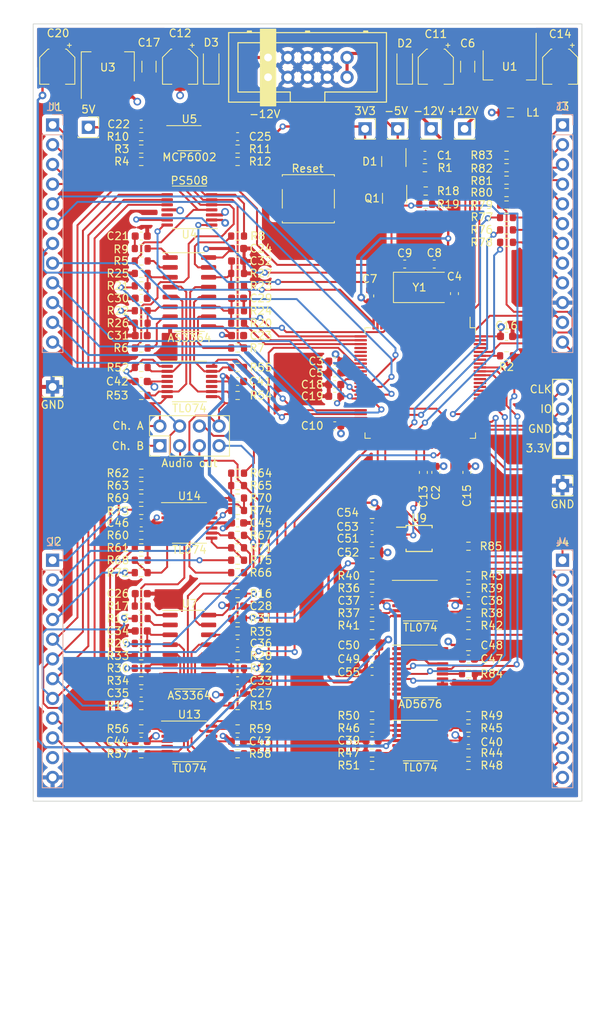
<source format=kicad_pcb>
(kicad_pcb (version 20211014) (generator pcbnew)
  (layers (0 "F.Cu" signal) (1 "In1.Cu" signal) (2 "In2.Cu" signal) (31 "B.Cu" signal) (34 "B.Paste" user) (35 "F.Paste" user) (36 "B.SilkS" user "B.Silkscreen") (37 "F.SilkS" user "F.Silkscreen") (38 "B.Mask" user) (39 "F.Mask" user) (44 "Edge.Cuts" user))
  (net 0 "")
  (net 1 "GND")
  (net 2 "/-5V_REF")
  (net 3 "+3.3V")
  (net 4 "+3.3VA")
  (net 5 "+12V")
  (net 6 "Net-(C8-Pad2)")
  (net 7 "Net-(C9-Pad2)")
  (net 8 "-12V")
  (net 9 "+5V")
  (net 10 "Net-(C21-Pad1)")
  (net 11 "/Audio_In_Multiplexed")
  (net 12 "Net-(C22-Pad2)")
  (net 13 "Net-(C26-Pad1)")
  (net 14 "/EnvA3_Scaled")
  (net 15 "/EnvA1_Scaled")
  (net 16 "/EnvA2_Scaled")
  (net 17 "/EnvA4_Scaled")
  (net 18 "/EnvB3_Scaled")
  (net 19 "/EnvB1_Scaled")
  (net 20 "/EnvB2_Scaled")
  (net 21 "/EnvB4_Scaled")
  (net 22 "/+12V_IN")
  (net 23 "/-12V_IN")
  (net 24 "/SWCLK")
  (net 25 "/SWIO")
  (net 26 "/EnvA1_LED")
  (net 27 "/EnvA2_LED")
  (net 28 "/EnvA3_LED")
  (net 29 "/EnvA4_LED")
  (net 30 "/EnvB1_LED")
  (net 31 "/EnvB2_LED")
  (net 32 "/EnvB3_LED")
  (net 33 "/EnvB4_LED")
  (net 34 "/Audio1_Out")
  (net 35 "/Audio2_Out")
  (net 36 "/Audio3_Out")
  (net 37 "/Audio4_Out")
  (net 38 "/AudioA1_In")
  (net 39 "/AudioA2_In")
  (net 40 "/AudioA3_In")
  (net 41 "/AudioA4_In")
  (net 42 "/AudioB1_In")
  (net 43 "/AudioB2_In")
  (net 44 "/AudioB3_In")
  (net 45 "/AudioB4_In")
  (net 46 "/USB_DP")
  (net 47 "/USB_DM")
  (net 48 "/MIDI_IN")
  (net 49 "/CV_OUT_A1")
  (net 50 "/CV_OUT_A2")
  (net 51 "/CV_OUT_A3")
  (net 52 "/CV_OUT_A4")
  (net 53 "/CV_OUT_B1")
  (net 54 "/CV_OUT_B2")
  (net 55 "/CV_OUT_B3")
  (net 56 "/CV_OUT_B4")
  (net 57 "/ChannelA_Level")
  (net 58 "/ChannelB_Level")
  (net 59 "/Env1_Attack")
  (net 60 "/Env1_Decay")
  (net 61 "/Env1_Sustain")
  (net 62 "/Env1_Release")
  (net 63 "/Env2_Attack")
  (net 64 "/Env2_Decay")
  (net 65 "/Env2_Sustain")
  (net 66 "/Env2_Release")
  (net 67 "/Calib_Btn1")
  (net 68 "/Calib_Btn2")
  (net 69 "Net-(Q1-Pad1)")
  (net 70 "/MIDI_UART")
  (net 71 "/BOOT0")
  (net 72 "Net-(R4-Pad2)")
  (net 73 "Net-(R5-Pad1)")
  (net 74 "Net-(R6-Pad1)")
  (net 75 "Net-(R7-Pad1)")
  (net 76 "Net-(R8-Pad1)")
  (net 77 "Net-(R9-Pad2)")
  (net 78 "Net-(R11-Pad1)")
  (net 79 "Net-(R13-Pad1)")
  (net 80 "Net-(R14-Pad1)")
  (net 81 "Net-(R15-Pad1)")
  (net 82 "Net-(R16-Pad1)")
  (net 83 "Net-(R17-Pad2)")
  (net 84 "/EnvA3_DAC")
  (net 85 "/EnvA1_DAC")
  (net 86 "/EnvA2_DAC")
  (net 87 "/EnvA4_DAC")
  (net 88 "/EnvB3_DAC")
  (net 89 "/EnvB1_DAC")
  (net 90 "/EnvB2_DAC")
  (net 91 "/EnvB4_DAC")
  (net 92 "Net-(R36-Pad2)")
  (net 93 "Net-(R37-Pad2)")
  (net 94 "Net-(R38-Pad2)")
  (net 95 "Net-(R39-Pad2)")
  (net 96 "Net-(R44-Pad2)")
  (net 97 "Net-(R45-Pad2)")
  (net 98 "Net-(R46-Pad2)")
  (net 99 "Net-(R47-Pad2)")
  (net 100 "/OpAmps/AudioA1_Out")
  (net 101 "/AudioB1_VCA")
  (net 102 "/OpAmps/AudioA2_Out")
  (net 103 "/AudioB2_VCA")
  (net 104 "/OpAmps/AudioA3_Out")
  (net 105 "/AudioB3_VCA")
  (net 106 "/OpAmps/AudioA4_Out")
  (net 107 "/AudioB4_VCA")
  (net 108 "/OpAmps/AudioB1_Out")
  (net 109 "/AudioA1_VCA")
  (net 110 "/OpAmps/AudioB2_Out")
  (net 111 "/AudioA2_VCA")
  (net 112 "/OpAmps/AudioB3_Out")
  (net 113 "/AudioA3_VCA")
  (net 114 "/OpAmps/AudioB4_Out")
  (net 115 "/AudioA4_VCA")
  (net 116 "Net-(R60-Pad1)")
  (net 117 "Net-(R62-Pad1)")
  (net 118 "Net-(R64-Pad1)")
  (net 119 "Net-(R66-Pad1)")
  (net 120 "Net-(R68-Pad1)")
  (net 121 "Net-(R69-Pad1)")
  (net 122 "Net-(R70-Pad1)")
  (net 123 "Net-(R71-Pad1)")
  (net 124 "/RESET")
  (net 129 "/MultiplexerA1")
  (net 130 "/MultiplexerA2")
  (net 133 "/MultiplexerA0")
  (net 141 "/SPI2_SCK")
  (net 143 "/SPI2_MOSI")
  (net 146 "/SPI2_NSS")
  (net 152 "/SPI2_MISO")
  (net 153 "/SPI1_NSS")
  (net 164 "/SPI1_SCK")
  (net 165 "/SPI1_MISO")
  (net 166 "/SPI1_MOSI")
  (net 169 "Net-(U5-Pad6)")
  (net 170 "/DAC_A2")
  (net 171 "/DAC_A1")
  (net 172 "/DAC_B4")
  (net 173 "/DAC_B3")
  (net 174 "/DAC_B2")
  (net 175 "/DAC_B1")
  (net 177 "/DAC_A3")
  (net 178 "/DAC_A4")
  (net 179 "/EnvA1_LED_Out")
  (net 180 "/EnvA2_LED_Out")
  (net 181 "/EnvA3_LED_Out")
  (net 182 "/EnvA4_LED_Out")
  (net 183 "/EnvB1_LED_Out")
  (net 184 "/EnvB2_LED_Out")
  (net 185 "/EnvB3_LED_Out")
  (net 186 "/EnvB4_LED_Out")
  (net 187 "Net-(R84-Pad1)")
  (net 188 "Net-(R85-Pad1)")
  (footprint "Resistor_SMD:R_0603_1608Metric" (layer "F.Cu") (at 64 55.1 180)
    (fp_text reference "R3")
    (fp_text value "20k")
  )
  (footprint "Resistor_SMD:R_0603_1608Metric" (layer "F.Cu") (at 64 53.5)
    (fp_text reference "R10")
    (fp_text value "6k8")
  )
  (footprint "Resistor_SMD:R_0603_1608Metric" (layer "F.Cu") (at 64 118.7)
    (fp_text reference "R29")
    (fp_text value "6k8")
  )
  (footprint "Resistor_SMD:R_0603_1608Metric" (layer "F.Cu") (at 64 120.3 180)
    (fp_text reference "R33")
    (fp_text value "10k")
  )
  (footprint "Resistor_SMD:R_0603_1608Metric" (layer "F.Cu") (at 64 113.9)
    (fp_text reference "R17")
    (fp_text value "100R")
  )
  (footprint "Crystal:Crystal_SMD_0603-2Pin_6.0x3.5mm" (layer "F.Cu") (at 99.8 72.9)
    (fp_text reference "Y1")
    (fp_text value "8MHz 20pF")
  )
  (footprint "Capacitor_SMD:C_0603_1608Metric" (layer "F.Cu") (at 76.4 74.3 180)
    (fp_text reference "C29")
    (fp_text value "2.2nF")
  )
  (footprint "Resistor_SMD:R_0603_1608Metric" (layer "F.Cu") (at 64 56.7)
    (fp_text reference "R4")
    (fp_text value "47k")
  )
  (footprint "Resistor_SMD:R_0603_1608Metric" (layer "F.Cu") (at 64 83.2)
    (fp_text reference "R52")
    (fp_text value "30k")
  )
  (footprint "Resistor_SMD:R_0603_1608Metric" (layer "F.Cu") (at 111 57.5 180)
    (fp_text reference "R82")
    (fp_text value "560")
  )
  (footprint "Resistor_SMD:R_0603_1608Metric" (layer "F.Cu") (at 76.4 117.1)
    (fp_text reference "R35")
    (fp_text value "10k")
  )
  (footprint "Capacitor_SMD:C_0603_1608Metric" (layer "F.Cu") (at 93.7 122.3)
    (fp_text reference "C55")
    (fp_text value "100nF")
  )
  (footprint "Resistor_SMD:R_0603_1608Metric" (layer "F.Cu") (at 76.4 120.3 180)
    (fp_text reference "R28")
    (fp_text value "6k8")
  )
  (footprint "Resistor_SMD:R_0603_1608Metric" (layer "F.Cu") (at 106.1 132.8 180)
    (fp_text reference "R44")
    (fp_text value "10k")
  )
  (footprint "Capacitor_SMD:C_0603_1608Metric" (layer "F.Cu") (at 93.7 103.7 180)
    (fp_text reference "C53")
    (fp_text value "100nF")
  )
  (footprint "Connector_PinSocket_2.54mm:PinSocket_1x01_P2.54mm_Vertical" (layer "F.Cu") (at 57.2 52.3)
    (fp_text reference "TP3" hide)
    (fp_text value "TestPoint")
  )
  (footprint "Resistor_SMD:R_0603_1608Metric" (layer "F.Cu") (at 111 67.1 180)
    (fp_text reference "R78")
    (fp_text value "560")
  )
  (footprint "Resistor_SMD:R_0603_1608Metric" (layer "F.Cu") (at 76.4 109.6 180)
    (fp_text reference "R66")
    (fp_text value "10k")
  )
  (footprint "Package_SO:TSSOP-14_4.4x5mm_P0.65mm" (layer "F.Cu") (at 99.9 131.2)
    (fp_text reference "U11" hide)
    (fp_text value "TL074")
  )
  (footprint "Custom_Footprints:SWD_header" (layer "F.Cu") (at 118.2 93.62 90)
    (fp_text reference "J5" hide)
    (fp_text value "SWD_Header")
  )
  (footprint "Capacitor_SMD:C_0603_1608Metric" (layer "F.Cu") (at 88.9 83.9)
    (fp_text reference "C5")
    (fp_text value "100nF")
  )
  (footprint "Resistor_SMD:R_0603_1608Metric" (layer "F.Cu") (at 64 101.6)
    (fp_text reference "R73")
    (fp_text value "1k")
  )
  (footprint "Resistor_SMD:R_0603_1608Metric" (layer "F.Cu") (at 106.1 110.007933)
    (fp_text reference "R43")
    (fp_text value "2k")
  )
  (footprint "Connector_PinSocket_2.54mm:PinSocket_1x01_P2.54mm_Vertical" (layer "F.Cu") (at 97 52.5)
    (fp_text reference "TP4" hide)
    (fp_text value "TestPoint")
  )
  (footprint "Capacitor_SMD:C_0603_1608Metric" (layer "F.Cu") (at 64 79.1)
    (fp_text reference "C31")
    (fp_text value "2.2nF")
  )
  (footprint "Resistor_SMD:R_0603_1608Metric" (layer "F.Cu") (at 64 71.1 180)
    (fp_text reference "R25")
    (fp_text value "10k")
  )
  (footprint "Capacitor_SMD:C_0603_1608Metric" (layer "F.Cu") (at 88.9 82.4)
    (fp_text reference "C3")
    (fp_text value "1uF")
  )
  (footprint "Resistor_SMD:R_0603_1608Metric" (layer "F.Cu") (at 106.1 128)
    (fp_text reference "R49")
    (fp_text value "2k")
  )
  (footprint "Resistor_SMD:R_0603_1608Metric" (layer "F.Cu") (at 76.4 96.8)
    (fp_text reference "R64")
    (fp_text value "10k")
  )
  (footprint "Capacitor_SMD:C_0603_1608Metric" (layer "F.Cu") (at 76.4 69.5 180)
    (fp_text reference "C32")
    (fp_text value "2.2nF")
  )
  (footprint "Resistor_SMD:R_0603_1608Metric" (layer "F.Cu") (at 64 100)
    (fp_text reference "R69")
    (fp_text value "10k")
  )
  (footprint "Capacitor_SMD:C_0603_1608Metric" (layer "F.Cu") (at 93.7 113.2 180)
    (fp_text reference "C37")
    (fp_text value "100nF")
  )
  (footprint "Resistor_SMD:R_0603_1608Metric" (layer "F.Cu") (at 106.1 106.2)
    (fp_text reference "R85")
    (fp_text value "560")
  )
  (footprint "Package_SO:SOIC-16_3.9x9.9mm_P1.27mm" (layer "F.Cu") (at 70.2 73.5)
    (fp_text reference "U6" hide)
    (fp_text value "AS3364")
  )
  (footprint "Capacitor_SMD:CP_Elec_4x5.8" (layer "F.Cu") (at 53.2 44.5 -90)
    (fp_text reference "C20")
    (fp_text value "22uF")
  )
  (footprint "Connector_PinSocket_2.54mm:PinSocket_1x01_P2.54mm_Vertical" (layer "F.Cu") (at 101.3 52.5)
    (fp_text reference "TP2" hide)
    (fp_text value "TestPoint")
  )
  (footprint "Capacitor_SMD:C_0603_1608Metric" (layer "F.Cu") (at 76.4 123.5 180)
    (fp_text reference "C33")
    (fp_text value "2.2nF")
  )
  (footprint "Resistor_SMD:R_0603_1608Metric" (layer "F.Cu") (at 64 126.7 180)
    (fp_text reference "R14")
    (fp_text value "30k")
  )
  (footprint "Resistor_SMD:R_0603_1608Metric" (layer "F.Cu") (at 76.4 129.7 180)
    (fp_text reference "R59")
    (fp_text value "30k")
  )
  (footprint "Resistor_SMD:R_0603_1608Metric" (layer "F.Cu") (at 76.4 56.7 180)
    (fp_text reference "R12")
    (fp_text value "10k")
  )
  (footprint "Capacitor_SMD:C_0603_1608Metric" (layer "F.Cu") (at 111 79.2 180)
    (fp_text reference "C16")
    (fp_text value "100nF")
  )
  (footprint "Capacitor_SMD:C_0603_1608Metric" (layer "F.Cu") (at 76.4 103.2)
    (fp_text reference "C45")
    (fp_text value "100nF")
  )
  (footprint "Resistor_SMD:R_0603_1608Metric" (layer "F.Cu") (at 76.4 83.2 180)
    (fp_text reference "R55")
    (fp_text value "30k")
  )
  (footprint "Inductor_SMD:L_0805_2012Metric_Pad1.05x1.20mm_HandSolder" (layer "F.Cu") (at 111.5 50.4 180)
    (fp_text reference "L1")
    (fp_text value "L_Small")
  )
  (footprint "Resistor_SMD:R_0603_1608Metric" (layer "F.Cu") (at 76.4 115.5 180)
    (fp_text reference "R31")
    (fp_text value "6k8")
  )
  (footprint "Package_TO_SOT_SMD:SOT-223-3_TabPin2" (layer "F.Cu") (at 59.7 44.5 90)
    (fp_text reference "U3")
    (fp_text value "LM1117-5.0")
  )
  (footprint "Capacitor_SMD:C_0603_1608Metric" (layer "F.Cu") (at 64 117.1)
    (fp_text reference "C34")
    (fp_text value "2.2nF")
  )
  (footprint "Capacitor_SMD:C_0603_1608Metric" (layer "F.Cu") (at 64 103.2 180)
    (fp_text reference "C46")
    (fp_text value "100nF")
  )
  (footprint "Resistor_SMD:R_0603_1608Metric" (layer "F.Cu") (at 76.4 100 180)
    (fp_text reference "R70")
    (fp_text value "10k")
  )
  (footprint "Resistor_SMD:R_0603_1608Metric" (layer "F.Cu") (at 76.4 126.7)
    (fp_text reference "R15")
    (fp_text value "30k")
  )
  (footprint "Capacitor_SMD:C_0603_1608Metric" (layer "F.Cu") (at 76.4 85)
    (fp_text reference "C41")
    (fp_text value "100nF")
  )
  (footprint "Capacitor_SMD:C_1206_3216Metric" (layer "F.Cu") (at 106 44.5 -90)
    (fp_text reference "C6")
    (fp_text value "10uF")
  )
  (footprint "Capacitor_SMD:C_0603_1608Metric" (layer "F.Cu") (at 76.4 79.1)
    (fp_text reference "C23")
    (fp_text value "100nF")
  )
  (footprint "Package_SO:TSSOP-20_4.4x6.5mm_P0.65mm" (layer "F.Cu") (at 99.9 122.3)
    (fp_text reference "U8" hide)
    (fp_text value "AD5676")
  )
  (footprint "Resistor_SMD:R_0603_1608Metric" (layer "F.Cu") (at 64 109.6)
    (fp_text reference "R72")
    (fp_text value "1k")
  )
  (footprint "Resistor_SMD:R_0603_1608Metric" (layer "F.Cu") (at 76.4 132.9 180)
    (fp_text reference "R58")
    (fp_text value "30k")
  )
  (footprint "Resistor_SMD:R_0603_1608Metric" (layer "F.Cu") (at 76.4 98.4)
    (fp_text reference "R65")
    (fp_text value "10k")
  )
  (footprint "Diode_SMD:D_SOD-123" (layer "F.Cu") (at 73 44.5 90)
    (fp_text reference "D3")
    (fp_text value "1N5819")
  )
  (footprint "Resistor_SMD:R_0603_1608Metric" (layer "F.Cu") (at 100.5 57.5 180)
    (fp_text reference "R1")
    (fp_text value "2k2")
  )
  (footprint "Resistor_SMD:R_0603_1608Metric" (layer "F.Cu") (at 106.1 114.807933 180)
    (fp_text reference "R38")
    (fp_text value "10k")
  )
  (footprint "Package_QFP:LQFP-100_14x14mm_P0.5mm" (layer "F.Cu") (at 99.9 85.2 -90)
    (fp_text reference "U2" hide)
    (fp_text value "STM32G473V")
  )
  (footprint "Resistor_SMD:R_0603_1608Metric" (layer "F.Cu") (at 93.7 116.4 180)
    (fp_text reference "R41")
    (fp_text value "2k")
  )
  (footprint "Capacitor_SMD:C_0603_1608Metric" (layer "F.Cu") (at 64 85 180)
    (fp_text reference "C42")
    (fp_text value "100nF")
  )
  (footprint "Resistor_SMD:R_0603_1608Metric" (layer "F.Cu") (at 110.99 63.91 180)
    (fp_text reference "R77")
    (fp_text value "560")
  )
  (footprint "Capacitor_SMD:C_0603_1608Metric" (layer "F.Cu") (at 76.4 67.9 180)
    (fp_text reference "C24")
    (fp_text value "100nF")
  )
  (footprint "Capacitor_SMD:C_0603_1608Metric" (layer "F.Cu") (at 88.9 85.4)
    (fp_text reference "C18")
    (fp_text value "10nF")
  )
  (footprint "Capacitor_SMD:C_1206_3216Metric" (layer "F.Cu") (at 65 44.5 90)
    (fp_text reference "C17")
    (fp_text value "10uF")
  )
  (footprint "Package_SO:MSOP-8_3x3mm_P0.65mm" (layer "F.Cu") (at 70.2 53.7)
    (fp_text reference "U5")
    (fp_text value "MCP6002")
  )
  (footprint "Capacitor_SMD:C_0603_1608Metric" (layer "F.Cu") (at 76.4 53.5)
    (fp_text reference "C25")
    (fp_text value "1uF")
  )
  (footprint "Resistor_SMD:R_0603_1608Metric" (layer "F.Cu") (at 64 75.9)
    (fp_text reference "R22")
    (fp_text value "6k8")
  )
  (footprint "Resistor_SMD:R_0603_1608Metric" (layer "F.Cu") (at 76.4 86.8 180)
    (fp_text reference "R54")
    (fp_text value "30k")
  )
  (footprint "Resistor_SMD:R_0603_1608Metric" (layer "F.Cu") (at 76.4 108)
    (fp_text reference "R75")
    (fp_text value "1k")
  )
  (footprint "Resistor_SMD:R_0603_1608Metric" (layer "F.Cu") (at 106.1 129.6 180)
    (fp_text reference "R45")
    (fp_text value "10k")
  )
  (footprint "Resistor_SMD:R_0603_1608Metric" (layer "F.Cu") (at 76.4 55.1)
    (fp_text reference "R11")
    (fp_text value "10k")
  )
  (footprint "Resistor_SMD:R_0603_1608Metric" (layer "F.Cu") (at 76.4 101.6)
    (fp_text reference "R74")
    (fp_text value "1k")
  )
  (footprint "Resistor_SMD:R_0603_1608Metric" (layer "F.Cu") (at 106.1 116.407933)
    (fp_text reference "R42")
    (fp_text value "2k")
  )
  (footprint "Resistor_SMD:R_0603_1608Metric" (layer "F.Cu") (at 64 132.9)
    (fp_text reference "R57")
    (fp_text value "30k")
  )
  (footprint "Capacitor_SMD:C_0805_2012Metric" (layer "F.Cu") (at 106.1 118.9)
    (fp_text reference "C48")
    (fp_text value "10uF")
  )
  (footprint "Package_TO_SOT_SMD:SOT-223-3_TabPin2" (layer "F.Cu") (at 111.4 44.3 -90)
    (fp_text reference "U1")
    (fp_text value "LM1117-3.3")
  )
  (footprint "Resistor_SMD:R_0603_1608Metric" (layer "F.Cu") (at 64 96.8)
    (fp_text reference "R62")
    (fp_text value "10k")
  )
  (footprint "Resistor_SMD:R_0603_1608Metric" (layer "F.Cu") (at 111 62.3 180)
    (fp_text reference "R79")
    (fp_text value "560")
  )
  (footprint "Resistor_SMD:R_0603_1608Metric" (layer "F.Cu") (at 93.7 129.6)
    (fp_text reference "R46")
    (fp_text value "10k")
  )
  (footprint "Capacitor_SMD:CP_Elec_4x5.8" (layer "F.Cu") (at 69 44.5 -90)
    (fp_text reference "C12")
    (fp_text value "22uF")
  )
  (footprint "Resistor_SMD:R_0603_1608Metric" (layer "F.Cu") (at 76.4 75.9)
    (fp_text reference "R24")
    (fp_text value "10k")
  )
  (footprint "Resistor_SMD:R_0603_1608Metric" (layer "F.Cu") (at 100.6 62.2)
    (fp_text reference "R19")
    (fp_text value "4k7")
  )
  (footprint "Capacitor_SMD:CP_Elec_4x5.8" (layer "F.Cu") (at 101.9 44.5 -90)
    (fp_text reference "C11")
    (fp_text value "47uF")
  )
  (footprint "Resistor_SMD:R_0603_1608Metric" (layer "F.Cu") (at 64 86.8)
    (fp_text reference "R53")
    (fp_text value "30k")
  )
  (footprint "Resistor_SMD:R_0603_1608Metric" (layer "F.Cu") (at 100.6 60.5 180)
    (fp_text reference "R18")
    (fp_text value "4k7")
  )
  (footprint "Package_SO:TSSOP-14_4.4x5mm_P0.65mm" (layer "F.Cu") (at 70.2 85)
    (fp_text reference "U12" hide)
    (fp_text value "TL074")
  )
  (footprint "Resistor_SMD:R_0603_1608Metric" (layer "F.Cu") (at 64 108)
    (fp_text reference "R68")
    (fp_text value "10k")
  )
  (footprint "Connector_PinSocket_2.54mm:PinSocket_1x01_P2.54mm_Vertical" (layer "F.Cu") (at 118.2 98.4)
    (fp_text reference "TP7" hide)
    (fp_text value "TestPoint")
  )
  (footprint "Package_SO:TSSOP-14_4.4x5mm_P0.65mm" (layer "F.Cu") (at 99.9 113.2)
    (fp_text reference "U10" hide)
    (fp_text value "TL074")
  )
  (footprint "Capacitor_SMD:C_0603_1608Metric" (layer "F.Cu") (at 64 112.3)
    (fp_text reference "C26")
    (fp_text value "10nF")
  )
  (footprint "Capacitor_SMD:C_0603_1608Metric" (layer "F.Cu") (at 64 125.1)
    (fp_text reference "C35")
    (fp_text value "2.2nF")
  )
  (footprint "Resistor_SMD:R_0603_1608Metric" (layer "F.Cu") (at 76.4 72.7 180)
    (fp_text reference "R23")
    (fp_text value "6k8")
  )
  (footprint "Resistor_SMD:R_0603_1608Metric" (layer "F.Cu") (at 93.7 128 180)
    (fp_text reference "R50")
    (fp_text value "2k")
  )
  (footprint "Resistor_SMD:R_0603_1608Metric" (layer "F.Cu") (at 76.4 106.4)
    (fp_text reference "R71")
    (fp_text value "10k")
  )
  (footprint "Resistor_SMD:R_0603_1608Metric" (layer "F.Cu") (at 111 81.7 180)
    (fp_text reference "R2")
    (fp_text value "100k")
  )
  (footprint "Connector_PinSocket_2.54mm:PinSocket_1x01_P2.54mm_Vertical" (layer "F.Cu") (at 92.8 52.5)
    (fp_text reference "TP5" hide)
    (fp_text value "TestPoint")
  )
  (footprint "Resistor_SMD:R_0603_1608Metric" (layer "F.Cu") (at 64 123.5 180)
    (fp_text reference "R34")
    (fp_text value "10k")
  )
  (footprint "Resistor_SMD:R_0603_1608Metric" (layer "F.Cu") (at 76.4 66.3)
    (fp_text reference "R8")
    (fp_text value "30k")
  )
  (footprint "Capacitor_SMD:C_0603_1608Metric" (layer "F.Cu") (at 106.1 120.707933)
    (fp_text reference "C47")
    (fp_text value "100nF")
  )
  (footprint "Diode_SMD:D_SOD-123" (layer "F.Cu") (at 97.9 44.5 90)
    (fp_text reference "D2")
    (fp_text value "1N5819")
  )
  (footprint "Capacitor_SMD:C_0603_1608Metric" (layer "F.Cu") (at 105.9 96.7 90)
    (fp_text reference "C15")
    (fp_text value "100nF")
  )
  (footprint "Connector_PinSocket_2.54mm:PinSocket_1x01_P2.54mm_Vertical" (layer "F.Cu") (at 105.6 52.5)
    (fp_text reference "TP1" hide)
    (fp_text value "TestPoint")
  )
  (footprint "Capacitor_SMD:C_0603_1608Metric" (layer "F.Cu") (at 104.3 73.7 -90)
    (fp_text reference "C4")
    (fp_text value "100nF")
  )
  (footprint "Resistor_SMD:R_0603_1608Metric" (layer "F.Cu") (at 111 60.7 180)
    (fp_text reference "R80")
    (fp_text value "560")
  )
  (footprint "Resistor_SMD:R_0603_1608Metric" (layer "F.Cu") (at 76.4 71.1)
    (fp_text reference "R27")
    (fp_text value "10k")
  )
  (footprint "Resistor_SMD:R_0603_1608Metric" (layer "F.Cu") (at 64 67.9)
    (fp_text reference "R9")
    (fp_text value "100R")
  )
  (footprint "Resistor_SMD:R_0603_1608Metric" (layer "F.Cu") (at 111 55.9 180)
    (fp_text reference "R83")
    (fp_text value "560")
  )
  (footprint "Package_TO_SOT_SMD:SOT-23" (layer "F.Cu") (at 96.5 56.7 -90)
    (fp_text reference "D1")
    (fp_text value "LM4040DBZ-5")
  )
  (footprint "Resistor_SMD:R_0603_1608Metric" (layer "F.Cu") (at 93.7 132.8)
    (fp_text reference "R47")
    (fp_text value "10k")
  )
  (footprint "Capacitor_SMD:CP_Elec_4x5.8" (layer "F.Cu") (at 117.9 44.5 -90)
    (fp_text reference "C14")
    (fp_text value "22uF")
  )
  (footprint "Resistor_SMD:R_0603_1608Metric" (layer "F.Cu") (at 64 115.5 180)
    (fp_text reference "R13")
    (fp_text value "30k")
  )
  (footprint "Connector_PinHeader_2.54mm:PinHeader_2x04_P2.54mm_Vertical" (layer "F.Cu") (at 66.4 93.275 90)
    (fp_text reference "J7" hide)
    (fp_text value "Audio_Breakout")
  )
  (footprint "Resistor_SMD:R_0603_1608Metric" (layer "F.Cu") (at 76.4 80.7)
    (fp_text reference "R7")
    (fp_text value "30k")
  )
  (footprint "Resistor_SMD:R_0603_1608Metric" (layer "F.Cu") (at 64 129.7)
    (fp_text reference "R56")
    (fp_text value "30k")
  )
  (footprint "Capacitor_SMD:C_0603_1608Metric" (layer "F.Cu") (at 100.5 55.9 180)
    (fp_text reference "C1")
    (fp_text value "100nF")
  )
  (footprint "Capacitor_SMD:C_0805_2012Metric" (layer "F.Cu") (at 93.7 118.9 180)
    (fp_text reference "C50")
    (fp_text value "10uF")
  )
  (footprint "Resistor_SMD:R_0603_1608Metric" (layer "F.Cu") (at 111 65.5 180)
    (fp_text reference "R76")
    (fp_text value "560")
  )
  (footprint "Resistor_SMD:R_0603_1608Metric" (layer "F.Cu") (at 93.7 114.8)
    (fp_text reference "R37")
    (fp_text value "10k")
  )
  (footprint "Resistor_SMD:R_0603_1608Metric" (layer "F.Cu") (at 76.4 77.5 180)
    (fp_text reference "R20")
    (fp_text value "6k8")
  )
  (footprint "Resistor_SMD:R_0603_1608Metric" (layer "F.Cu") (at 106.1 134.4)
    (fp_text reference "R48")
    (fp_text value "2k")
  )
  (footprint "Package_SO:MSOP-10_3x3mm_P0.5mm" (layer "F.Cu") (at 99.75 105.2)
    (fp_text reference "U9")
    (fp_text value "MCP48CMB21" hide)
  )
  (footprint "Custom_Footprints:SW_SPST_EVQQ2" (layer "F.Cu") (at 85.5 61.5 180)
    (fp_text reference "RESET1" hide)
    (fp_text value "SW_Push")
  )
  (footprint "Resistor_SMD:R_0603_1608Metric" (layer "F.Cu") (at 76.4 112.3)
    (fp_text reference "R16")
    (fp_text value "30k")
  )
  (footprint "Resistor_SMD:R_0603_1608Metric" (layer "F.Cu") (at 64 104.8 180)
    (fp_text reference "R60")
    (fp_text value "10k")
  )
  (footprint "Capacitor_SMD:C_0603_1608Metric" (layer "F.Cu") (at 76.4 113.9 180)
    (fp_text reference "C28")
    (fp_text value "100nF")
  )
  (footprint "Resistor_SMD:R_0603_1608Metric" (layer "F.Cu") (at 93.7 111.6)
    (fp_text reference "R36")
    (fp_text value "10k")
  )
  (footprint "Capacitor_SMD:C_0603_1608Metric" (layer "F.Cu") (at 64 131.3 180)
    (fp_text reference "C44")
    (fp_text value "100nF")
  )
  (footprint "Capacitor_SMD:C_0603_1608Metric" (layer "F.Cu") (at 93.7 131.2 180)
    (fp_text reference "C39")
    (fp_text value "100nF")
  )
  (footprint "Package_SO:TSSOP-14_4.4x5mm_P0.65mm" (layer "F.Cu") (at 70.2 131.3)
    (fp_text reference "U13")
    (fp_text value "TL074")
  )
  (footprint "Resistor_SMD:R_0603_1608Metric" (layer "F.Cu") (at 64 69.5 180)
    (fp_text reference "R5")
    (fp_text value "30k")
  )
  (footprint "Capacitor_SMD:C_0603_1608Metric" (layer "F.Cu") (at 76.375 131.3)
    (fp_text reference "C43")
    (fp_text value "100nF")
  )
  (footprint "Resistor_SMD:R_0603_1608Metric" (layer "F.Cu") (at 93.7 134.4 180)
    (fp_text reference "R51")
    (fp_text value "2k")
  )
  (footprint "Resistor_SMD:R_0603_1608Metric" (layer "F.Cu") (at 76.4 104.8)
    (fp_text reference "R67")
    (fp_text value "10k")
  )
  (footprint "Capacitor_SMD:C_0603_1608Metric" (layer "F.Cu") (at 106.1 131.2)
    (fp_text reference "C40")
    (fp_text value "100nF")
  )
  (footprint "Package_TO_SOT_SMD:SOT-23" (layer "F.Cu") (at 96.6 61.4375 -90)
    (fp_text reference "Q1")
    (fp_text value "MMBT3904")
  )
  (footprint "Capacitor_SMD:C_0603_1608Metric" (layer "F.Cu") (at 76.4 125.1)
    (fp_text reference "C27")
    (fp_text value "100nF")
  )
  (footprint "Resistor_SMD:R_0603_1608Metric" (layer "F.Cu") (at 111 59.1 180)
    (fp_text reference "R81")
    (fp_text value "560")
  )
  (footprint "Resistor_SMD:R_0603_1608Metric" (layer "F.Cu") (at 106.1 122.6)
    (fp_text reference "R84")
    (fp_text value "560")
  )
  (footprint "Resistor_SMD:R_0603_1608Metric" (layer "F.Cu") (at 64 106.4 180)
    (fp_text reference "R61")
    (fp_text value "10k")
  )
  (footprint "Capacitor_SMD:C_0603_1608Metric" (layer "F.Cu") (at 97.9 69.9 180)
    (fp_text reference "C9")
    (fp_text value "30pF")
  )
  (footprint "Capacitor_SMD:C_0603_1608Metric" (layer "F.Cu") (at 88.9 86.9)
    (fp_text reference "C19")
    (fp_text value "1uF")
  )
  (footprint "Capacitor_SMD:C_0603_1608Metric" (layer "F.Cu") (at 93.7 105.2 180)
    (fp_text reference "C51")
    (fp_text value "100nF")
  )
  (footprint "Capacitor_SMD:C_0805_2012Metric" (layer "F.Cu") (at 93.7 107 180)
    (fp_text reference "C52")
    (fp_text value "10uF")
  )
  (footprint "Resistor_SMD:R_0603_1608Metric" (layer "F.Cu") (at 64 72.7)
    (fp_text reference "R21")
    (fp_text value "6k8")
  )
  (footprint "Capacitor_SMD:C_0603_1608Metric" (layer "F.Cu") (at 88.9 90.7)
    (fp_text reference "C10")
    (fp_text value "100nF")
  )
  (footprint "Resistor_SMD:R_0603_1608Metric" (layer "F.Cu") (at 64 121.9)
    (fp_text reference "R30")
    (fp_text value "6k8")
  )
  (footprint "Resistor_SMD:R_0603_1608Metric" (layer "F.Cu") (at 64 80.7 180)
    (fp_text reference "R6")
    (fp_text value "30k")
  )
  (footprint "Capacitor_SMD:C_0603_1608Metric" (layer "F.Cu") (at 64 66.3)
    (fp_text reference "C21")
    (fp_text value "10nF")
  )
  (footprint "Package_SO:TSSOP-16_4.4x5mm_P0.65mm" (layer "F.Cu") (at 70.2 62.6 180)
    (fp_text reference "U4")
    (fp_text value "PS508")
  )
  (footprint "Resistor_SMD:R_0603_1608Metric" (layer "F.Cu") (at 64 98.4)
    (fp_text reference "R63")
    (fp_text value "10k")
  )
  (footprint "Capacitor_SMD:C_0603_1608Metric" (layer "F.Cu") (at 101.9 96.7 90)
    (fp_text reference "C2")
    (fp_text value "4.7uF")
  )
  (footprint "Connector_PinSocket_2.54mm:PinSocket_1x01_P2.54mm_Vertical" (layer "F.Cu") (at 52.6 85.7)
    (fp_text reference "TP6" hide)
    (fp_text value "TestPoint")
  )
  (footprint "Resistor_SMD:R_0603_1608Metric" (layer "F.Cu") (at 76.4 121.9)
    (fp_text reference "R32")
    (fp_text value "10k")
  )
  (footprint "Capacitor_SMD:C_0603_1608Metric" (layer "F.Cu") (at 64 51.9)
    (fp_text reference "C22")
    (fp_text value "1.5nF")
  )
  (footprint "Resistor_SMD:R_0603_1608Metric" (layer "F.Cu") (at 106.1 111.607933 180)
    (fp_text reference "R39")
    (fp_text value "10k")
  )
  (footprint "Capacitor_SMD:C_0603_1608Metric" (layer "F.Cu") (at 93.7 120.7 180)
    (fp_text reference "C49")
    (fp_text value "100nF")
  )
  (footprint "Capacitor_SMD:C_0603_1608Metric" (layer "F.Cu") (at 106.1 113.207933)
    (fp_text reference "C38")
    (fp_text value "100nF")
  )
  (footprint "Custom_Footprints:Eurorack_10_pin_header" (layer "F.Cu") (at 80.32 45.8625)
    (fp_text reference "J6" hide)
    (fp_text value "Eurorack_10_pin_power")
  )
  (footprint "Capacitor_SMD:C_0603_1608Metric" (layer "F.Cu") (at 93.4 74 -90)
    (fp_text reference "C7")
    (fp_text value "100nF")
  )
  (footprint "Package_SO:TSSOP-14_4.4x5mm_P0.65mm" (layer "F.Cu") (at 70.2 103.2)
    (fp_text reference "U14")
    (fp_text value "TL074")
  )
  (footprint "Package_SO:SOIC-16_3.9x9.9mm_P1.27mm" (layer "F.Cu") (at 70.2 119.5)
    (fp_text reference "U7")
    (fp_text value "AS3364")
  )
  (footprint "Capacitor_SMD:C_0603_1608Metric" (layer "F.Cu") (at 64 74.3)
    (fp_text reference "C30")
    (fp_text value "2.2nF")
  )
  (footprint "Capacitor_SMD:C_0603_1608Metric" (layer "F.Cu") (at 100.3 96.7 90)
    (fp_text reference "C13")
    (fp_text value "100nF")
  )
  (footprint "Capacitor_SMD:C_0805_2012Metric" (layer "F.Cu") (at 93.7 101.9 180)
    (fp_text reference "C54")
    (fp_text value "10uF")
  )
  (footprint "Capacitor_SMD:C_0603_1608Metric" (layer "F.Cu") (at 101.7 69.9)
    (fp_text reference "C8")
    (fp_text value "30pF")
  )
  (footprint "Resistor_SMD:R_0603_1608Metric" (layer "F.Cu") (at 64 77.5 180)
    (fp_text reference "R26")
    (fp_text value "10k")
  )
  (footprint "Capacitor_SMD:C_0603_1608Metric" (layer "F.Cu") (at 76.4 118.7 180)
    (fp_text reference "C36")
    (fp_text value "2.2nF")
  )
  (footprint "Resistor_SMD:R_0603_1608Metric" (layer "F.Cu") (at 93.7 110 180)
    (fp_text reference "R40")
    (fp_text value "2k")
  )
  (footprint "Connector_PinHeader_2.54mm:PinHeader_1x12_P2.54mm_Vertical" (layer "B.Cu") (at 52.6 52 180)
    (fp_text reference "J1")
    (fp_text value "Conn_01x12_Male")
  )
  (footprint "Connector_PinHeader_2.54mm:PinHeader_1x12_P2.54mm_Vertical" (layer "B.Cu") (at 118.2 52 180)
    (fp_text reference "J3")
    (fp_text value "Conn_01x12_Male")
  )
  (footprint "Connector_PinHeader_2.54mm:PinHeader_1x12_P2.54mm_Vertical" (layer "B.Cu") (at 52.6 108 180)
    (fp_text reference "J2")
    (fp_text value "Conn_01x12_Male")
  )
  (footprint "Connector_PinHeader_2.54mm:PinHeader_1x12_P2.54mm_Vertical" (layer "B.Cu") (at 118.2 108 180)
    (fp_text reference "J4")
    (fp_text value "Conn_01x12_Male")
  )
  (gr_rect locked (start 50.1 39) (end 120.7 139) (layer "Edge.Cuts") (width 0.1) (fill none))
  (gr_text "J4" (at 118.2 105.7) (layer "F.SilkS") (effects (font (size 1 1))))
  (gr_text "-12V" (at 101 50.2) (layer "F.SilkS") (effects (font (size 1 1))))
  (gr_text "Ch. B" (at 62.3 93.3) (layer "F.SilkS") (effects (font (size 1 1))))
  (gr_text "Audio out" (at 70.2 95.5) (layer "F.SilkS") (effects (font (size 1 1))))
  (gr_text "Reset" (at 85.4 57.6) (layer "F.SilkS") (effects (font (size 1 1))))
  (gr_text "GND" (at 52.6 88) (layer "F.SilkS") (effects (font (size 1 1))))
  (gr_text "J2" (at 52.9 105.6) (layer "F.SilkS") (effects (font (size 1 1))))
  (gr_text "3V3" (at 92.8 50.2) (layer "F.SilkS") (effects (font (size 1 1))))
  (gr_text "GND" (at 118.2 100.8) (layer "F.SilkS") (effects (font (size 1 1))))
  (gr_text "+12V" (at 105.4 50.2) (layer "F.SilkS") (effects (font (size 1 1))))
  (gr_text "J3" (at 118.2 49.6) (layer "F.SilkS") (effects (font (size 1 1))))
  (gr_text "-5V" (at 96.8 50.2) (layer "F.SilkS") (effects (font (size 1 1))))
  (gr_text "5V" (at 57.2 50) (layer "F.SilkS") (effects (font (size 1 1))))
  (gr_text "Ch. A" (at 62.3 90.7) (layer "F.SilkS") (effects (font (size 1 1))))
  (gr_text "J1" (at 53 49.7) (layer "F.SilkS") (effects (font (size 1 1))))
  (segment (start 96.5 52.5) (end 97 52.5) (width 0.3) (layer "F.Cu") (net 2))
  (segment (start 94.4 50.4) (end 96.5 52.5) (width 0.3) (layer "F.Cu") (net 2))
  (segment (start 97.675 54.675) (end 98.5 54.675) (width 0.3) (layer "F.Cu") (net 2))
  (segment (start 63.175 55.1) (end 62.3 55.1) (width 0.3) (layer "F.Cu") (net 2))
  (segment (start 95.55 55.7625) (end 96.6375 54.675) (width 0.3) (layer "F.Cu") (net 2))
  (segment (start 62.2 50.4) (end 94.4 50.4) (width 0.3) (layer "F.Cu") (net 2))
  (segment (start 98.5 54.675) (end 99.725 55.9) (width 0.3) (layer "F.Cu") (net 2))
  (segment (start 61.5 54.3) (end 61.5 51.1) (width 0.3) (layer "F.Cu") (net 2))
  (segment (start 99.725 55.9) (end 99.725 57.45) (width 0.3) (layer "F.Cu") (net 2))
  (segment (start 99.725 57.45) (end 99.675 57.5) (width 0.3) (layer "F.Cu") (net 2))
  (segment (start 61.5 51.1) (end 62.2 50.4) (width 0.3) (layer "F.Cu") (net 2))
  (segment (start 97 52.5) (end 97 54.675) (width 0.3) (layer "F.Cu") (net 2))
  (segment (start 62.3 55.1) (end 61.5 54.3) (width 0.3) (layer "F.Cu") (net 2))
  (segment (start 96.6375 54.675) (end 97.675 54.675) (width 0.3) (layer "F.Cu") (net 2))
  (segment (start 97.55 104.2) (end 94.975 104.2) (width 0.25) (layer "F.Cu") (net 3))
  (segment (start 110.225 79.2) (end 110.225 78.075) (width 0.3) (layer "F.Cu") (net 3))
  (segment (start 103.4 77.525) (end 103.4 75.375) (width 0.25) (layer "F.Cu") (net 3))
  (segment (start 101.8 62.2) (end 103.490253 63.890253) (width 0.3) (layer "F.Cu") (net 3))
  (segment (start 88.1 123) (end 88.8 123.7) (width 0.3) (layer "F.Cu") (net 3))
  (segment (start 103.5 66.6) (end 103.475 66.625) (width 0.3) (layer "F.Cu") (net 3))
  (segment (start 117.9 43.2) (end 115.3 45.8) (width 0.3) (layer "F.Cu") (net 3))
  (segment (start 102.875 95.925) (end 102.9 95.9) (width 0.3) (layer "F.Cu") (net 3))
  (segment (start 74.424997 64.225) (end 74.799998 64.600001) (width 0.3) (layer "F.Cu") (net 3))
  (segment (start 89.675 90.7) (end 92.225 90.7) (width 0.3) (layer "F.Cu") (net 3))
  (segment (start 115.3 50.4) (end 112.65 50.4) (width 0.3) (layer "F.Cu") (net 3))
  (segment (start 113.9 53) (end 108 53) (width 0.3) (layer "F.Cu") (net 3))
  (segment (start 93.075 123.7) (end 94.475 122.3) (width 0.3) (layer "F.Cu") (net 3))
  (segment (start 73.0625 64.225) (end 74.424997 64.225) (width 0.3) (layer "F.Cu") (net 3))
  (segment (start 93.4 74.775) (end 92.875 74.775) (width 0.3) (layer "F.Cu") (net 3))
  (segment (start 102 59) (end 93.4 59) (width 0.3) (layer "F.Cu") (net 3))
  (segment (start 89.675 91.675) (end 89.7 91.7) (width 0.3) (layer "F.Cu") (net 3))
  (segment (start 107.575 79.2) (end 110.225 79.2) (width 0.25) (layer "F.Cu") (net 3))
  (segment (start 93.4 59) (end 92.8 58.4) (width 0.3) (layer "F.Cu") (net 3))
  (segment (start 77.225 55.1) (end 79.3 55.1) (width 0.3) (layer "F.Cu") (net 3))
  (segment (start 94.4 75.775) (end 93.4 74.775) (width 0.25) (layer "F.Cu") (net 3))
  (segment (start 88.1 102.6) (end 88.1 123) (width 0.3) (layer "F.Cu") (net 3))
  (segment (start 94.975 104.2) (end 94.475 103.7) (width 0.25) (layer "F.Cu") (net 3))
  (segment (start 103.475 66.625) (end 103.475 73.65) (width 0.3) (layer "F.Cu") (net 3))
  (segment (start 105.9 95.925) (end 106.975 95.925) (width 0.3) (layer "F.Cu") (net 3))
  (segment (start 100.5245 60.9245) (end 100.5245 59.0755) (width 0.3) (layer "F.Cu") (net 3))
  (segment (start 103.490253 63.890253) (end 103.5 66.6) (width 0.3) (layer "F.Cu") (net 3))
  (segment (start 106.975 95.925) (end 107 95.9) (width 0.3) (layer "F.Cu") (net 3))
  (segment (start 98.175 121.325) (end 98.7 120.8) (width 0.3) (layer "F.Cu") (net 3))
  (segment (start 94.4 77.525) (end 94.4 75.775) (width 0.25) (layer "F.Cu") (net 3))
  (segment (start 92.8 52.5) (end 92.5 52.2) (width 0.3) (layer "F.Cu") (net 3))
  (segment (start 101.9 95.925) (end 102.875 95.925) (width 0.3) (layer "F.Cu") (net 3))
  (segment (start 98.7 120.8) (end 100.5 120.8) (width 0.3) (layer "F.Cu") (net 3))
  (segment (start 102.7625 121.325) (end 102.7375 121.3) (width 0.3) (layer "F.Cu") (net 3))
  (segment (start 100.3 95.925) (end 100.4 95.825) (width 0.25) (layer "F.Cu") (net 3))
  (segment (start 100.5245 59.0755) (end 100.6 59) (width 0.3) (layer "F.Cu") (net 3))
  (segment (start 117.9 42.7) (end 117.9 43.2) (width 0.3) (layer "F.Cu") (net 3))
  (segment (start 79.3 55.1) (end 82.2 52.2) (width 0.3) (layer "F.Cu") (net 3))
  (segment (start 96.9625 121.307933) (end 96.9875 121.332933) (width 0.25) (layer "F.Cu") (net 3))
  (segment (start 103.4 75.375) (end 104.3 74.475) (width 0.25) (layer "F.Cu") (net 3))
  (segment (start 101.425 62.2) (end 101.8 62.2) (width 0.3) (layer "F.Cu") (net 3))
  (segment (start 89.675 90.7) (end 89.675 91.675) (width 0.3) (layer "F.Cu") (net 3))
  (segment (start 102.7375 121.3) (end 101 121.3) (width 0.3) (layer "F.Cu") (net 3))
  (segment (start 88.8 123.7) (end 93.075 123.7) (width 0.3) (layer "F.Cu") (net 3))
  (segment (start 101.425 61.825) (end 100.5245 60.9245) (width 0.3) (layer "F.Cu") (net 3))
  (segment (start 103.475 73.65) (end 104.3 74.475) (width 0.3) (layer "F.Cu") (net 3))
  (segment (start 117.9 42.7) (end 112.95 42.7) (width 0.3) (layer "F.Cu") (net 3))
  (segment (start 94 100.6) (end 90.1 100.6) (width 0.3) (layer "F.Cu") (net 3))
  (segment (start 95.692067 121.307933) (end 96.9625 121.307933) (width 0.25) (layer "F.Cu") (net 3))
  (segment (start 94.475 122.3) (end 94.7 122.3) (width 0.25) (layer "F.Cu") (net 3))
  (segment (start 112.95 42.7) (end 111.4 41.15) (width 0.3) (layer "F.Cu") (net 3))
  (segment (start 94.65 101.9) (end 94.65 101.25) (width 0.3) (layer "F.Cu") (net 3))
  (segment (start 97.0375 121.325) (end 98.175 121.325) (width 0.3) (layer "F.Cu") (net 3))
  (segment (start 94.7 122.3) (end 95.692067 121.307933) (width 0.25) (layer "F.Cu") (net 3))
  (segment (start 100.5 120.8) (end 101 121.3) (width 0.3) (layer "F.Cu") (net 3))
  (segment (start 92.5 52.2) (end 82.2 52.2) (width 0.3) (layer "F.Cu") (net 3))
  (segment (start 111.4 47.45) (end 111.4 41.15) (width 0.3) (layer "F.Cu") (net 3))
  (segment (start 94.65 101.25) (end 94 100.6) (width 0.3) (layer "F.Cu") (net 3))
  (segment (start 72.3125 52.725) (end 74.85 52.725) (width 0.25) (layer "F.Cu") (net 3))
  (segment (start 94.65 103.525) (end 94.475 103.7) (width 0.25) (layer "F.Cu") (net 3))
  (segment (start 101.9 95.925) (end 100.3 95.925) (width 0.25) (layer "F.Cu") (net 3))
  (segment (start 75.625 53.5) (end 77.225 55.1) (width 0.25) (layer "F.Cu") (net 3))
  (segment (start 90.1 100.6) (end 88.1 102.6) (width 0.3) (layer "F.Cu") (net 3))
  (segment (start 115.3 45.8) (end 115.3 51.6) (width 0.3) (layer "F.Cu") (net 3))
  (segment (start 115.3 51.6) (end 113.9 53) (width 0.3) (layer "F.Cu") (net 3))
  (segment (start 110.225 78.075) (end 110.3 78) (width 0.3) (layer "F.Cu") (net 3))
  (segment (start 92.8 58.4) (end 92.8 52.5) (width 0.3) (layer "F.Cu") (net 3))
  (segment (start 100.4 95.825) (end 100.4 92.875) (width 0.25) (layer "F.Cu") (net 3))
  (segment (start 101.425 62.2) (end 101.425 61.825) (width 0.3) (layer "F.Cu") (net 3))
  (segment (start 105.9 92.875) (end 105.9 95.925) (width 0.25) (layer "F.Cu") (net 3))
  (segment (start 108 53) (end 102 59) (width 0.3) (layer "F.Cu") (net 3))
  (segment (start 74.85 52.725) (end 75.625 53.5) (width 0.25) (layer "F.Cu") (net 3))
  (segment (start 92.875 74.775) (end 92.3 74.2) (width 0.3) (layer "F.Cu") (net 3))
  (segment (start 94.65 101.9) (end 94.65 103.525) (width 0.25) (layer "F.Cu") (net 3))
  (via (at 92.3 74.2) (size 1) (drill 0.5) (layers "F.Cu" "B.Cu") (net 3))
  (via (at 103.5 66.6) (size 0.8) (drill 0.4) (layers "F.Cu" "B.Cu") (net 3))
  (via (at 74.799998 64.600001) (size 1) (drill 0.5) (layers "F.Cu" "B.Cu") (net 3))
  (via (at 102.9 95.9) (size 1) (drill 0.5) (layers "F.Cu" "B.Cu") (net 3))
  (via (at 110.3 78) (size 1) (drill 0.5) (layers "F.Cu" "B.Cu") (net 3))
  (via (at 89.7 91.7) (size 1) (drill 0.5) (layers "F.Cu" "B.Cu") (net 3))
  (via (at 82.2 52.2) (size 0.8) (drill 0.4) (layers "F.Cu" "B.Cu") (net 3))
  (via (at 94 100.6) (size 1) (drill 0.5) (layers "F.Cu" "B.Cu") (net 3))
  (via (at 107 95.9) (size 1) (drill 0.5) (layers "F.Cu" "B.Cu") (net 3))
  (segment (start 94.8 66.6) (end 103.5 66.6) (width 0.3) (layer "B.Cu") (net 3))
  (segment (start 92.3 69.1) (end 94.8 66.6) (width 0.3) (layer "B.Cu") (net 3))
  (segment (start 92.3 74.2) (end 92.3 69.1) (width 0.3) (layer "B.Cu") (net 3))
  (segment (start 94.65 107) (end 95.699999 106.999999) (width 0.3) (layer "F.Cu") (net 4))
  (segment (start 89.675 85.4) (end 89.675 86.9) (width 0.25) (layer "F.Cu") (net 4))
  (segment (start 94.475 105.2) (end 94.475 106.825) (width 0.25) (layer "F.Cu") (net 4))
  (segment (start 89.675 87.325) (end 89.2 87.8) (width 0.3) (layer "F.Cu") (net 4))
  (segment (start 89.675 82.4) (end 89.675 82.167558) (width 0.3) (layer "F.Cu") (net 4))
  (segment (start 89.675 82.167558) (end 89.003721 81.496279) (width 0.3) (layer "F.Cu") (net 4))
  (segment (start 89.675 83.9) (end 89.675 82.4) (width 0.25) (layer "F.Cu") (net 4))
  (segment (start 110.35 50.4) (end 109.1 50.4) (width 0.3) (layer "F.Cu") (net 4))
  (segment (start 97.55 105.2) (end 94.475 105.2) (width 0.25) (layer "F.Cu") (net 4))
  (segment (start 90.375 84.7) (end 89.675 85.4) (width 0.25) (layer "F.Cu") (net 4))
  (segment (start 89.975 84.2) (end 89.675 83.9) (width 0.25) (layer "F.Cu") (net 4))
  (segment (start 92.225 84.2) (end 89.975 84.2) (width 0.25) (layer "F.Cu") (net 4))
  (segment (start 92.225 84.7) (end 90.375 84.7) (width 0.25) (layer "F.Cu") (net 4))
  (segment (start 89.675 86.9) (end 89.675 87.325) (width 0.3) (layer "F.Cu") (net 4))
  (via (at 95.699999 106.999999) (size 1) (drill 0.5) (layers "F.Cu" "B.Cu") (net 4))
  (via (at 89.003721 81.496279) (size 1) (drill 0.5) (layers "F.Cu" "B.Cu") (net 4))
  (via (at 89.2 87.8) (size 0.8) (drill 0.4) (layers "F.Cu" "B.Cu") (net 4))
  (via (at 109.1 50.4) (size 1) (drill 0.5) (layers "F.Cu" "B.Cu") (net 4))
  (segment (start 72.675 115.055) (end 74.47 115.055) (width 0.25) (layer "F.Cu") (net 5))
  (segment (start 94.475 131.2) (end 94.475 131.675) (width 0.4) (layer "F.Cu") (net 5))
  (segment (start 107.225 43.025) (end 109.1 41.15) (width 0.4) (layer "F.Cu") (net 5))
  (segment (start 66.9 40.9) (end 66.9 44.075) (width 0.4) (layer "F.Cu") (net 5))
  (segment (start 74.925 103.9) (end 75.625 103.2) (width 0.4) (layer "F.Cu") (net 5))
  (segment (start 99.6 39.9) (end 67.9 39.9) (width 0.4) (layer "F.Cu") (net 5))
  (segment (start 75.625 103.2) (end 72.675 103.2) (width 0.4) (layer "F.Cu") (net 5))
  (segment (start 74.5 84.3) (end 74.925 84.3) (width 0.4) (layer "F.Cu") (net 5))
  (segment (start 75.625 67.9) (end 72.4 67.9) (width 0.4) (layer "F.Cu") (net 5))
  (segment (start 74.47 69.055) (end 75.625 67.9) (width 0.25) (layer "F.Cu") (net 5))
  (segment (start 98.95 46.15) (end 101.9 43.2) (width 0.4) (layer "F.Cu") (net 5))
  (segment (start 97.9 46.15) (end 98.95 46.15) (width 0.4) (layer "F.Cu") (net 5))
  (segment (start 65 45.975) (end 63.675 45.975) (width 0.4) (layer "F.Cu") (net 5))
  (segment (start 101.9 42.7) (end 101.9 42.2) (width 0.4) (layer "F.Cu") (net 5))
  (segment (start 105.6 52.2) (end 105.6 52.5) (width 0.4) (layer "F.Cu") (net 5))
  (segment (start 101.9 42.2) (end 99.6 39.9) (width 0.4) (layer "F.Cu") (net 5))
  (segment (start 106 43.025) (end 107.225 43.025) (width 0.4) (layer "F.Cu") (net 5))
  (segment (start 107.8 42.45) (end 107.8 50) (width 0.4) (layer "F.Cu") (net 5))
  (segment (start 75.6 131.3) (end 74.9 130.6) (width 0.4) (layer "F.Cu") (net 5))
  (segment (start 69 63) (end 68.925 62.925) (width 0.4) (layer "F.Cu") (net 5))
  (segment (start 101.9 42.7) (end 105.875 42.7) (width 0.4) (layer "F.Cu") (net 5))
  (segment (start 66.9 44.075) (end 65 45.975) (width 0.4) (layer "F.Cu") (net 5))
  (segment (start 97.425 131.2) (end 94.475 131.2) (width 0.25) (layer "F.Cu") (net 5))
  (segment (start 62 47.65) (end 62.15 47.65) (width 0.4) (layer "F.Cu") (net 5))
  (segment (start 94.7 131.9) (end 95.5 131.9) (width 0.4) (layer "F.Cu") (net 5))
  (segment (start 94.9 113.2) (end 95.6 113.9) (width 0.4) (layer "F.Cu") (net 5))
  (segment (start 75.525 113.8) (end 75.625 113.9) (width 0.4) (layer "F.Cu") (net 5))
  (segment (start 62.15 47.65) (end 63.5 49) (width 0.4) (layer "F.Cu") (net 5))
  (segment (start 109.1 41.15) (end 107.8 42.45) (width 0.4) (layer "F.Cu") (net 5))
  (segment (start 74.5 103.9) (end 74.925 103.9) (width 0.4) (layer "F.Cu") (net 5))
  (segment (start 67.9 39.9) (end 66.9 40.9) (width 0.4) (layer "F.Cu") (net 5))
  (segment (start 73.0625 131.3) (end 75.6 131.3) (width 0.25) (layer "F.Cu") (net 5))
  (segment (start 74.47 115.055) (end 75.625 113.9) (width 0.25) (layer "F.Cu") (net 5))
  (segment (start 107.8 50) (end 105.6 52.2) (width 0.4) (layer "F.Cu") (net 5))
  (segment (start 94.475 113.2) (end 94.9 113.2) (width 0.4) (layer "F.Cu") (net 5))
  (segment (start 72.675 69.055) (end 74.47 69.055) (width 0.25) (layer "F.Cu") (net 5))
  (segment (start 74.925 84.3) (end 75.625 85) (width 0.4) (layer "F.Cu") (net 5))
  (segment (start 101.9 43.2) (end 101.9 42.7) (width 0.4) (layer "F.Cu") (net 5))
  (segment (start 74.9 130.6) (end 74.4995 130.6) (width 0.4) (layer "F.Cu") (net 5))
  (segment (start 68.925 62.925) (end 67.3375 62.925) (width 0.4) (layer "F.Cu") (net 5))
  (segment (start 105.875 42.7) (end 106.2 43.025) (width 0.4) (layer "F.Cu") (net 5))
  (segment (start 94.475 113.2) (end 97.425 113.2) (width 0.25) (layer "F.Cu") (net 5))
  (segment (start 63.675 45.975) (end 62 47.65) (width 0.4) (layer "F.Cu") (net 5))
  (segment (start 94.475 131.675) (end 94.7 131.9) (width 0.4) (layer "F.Cu") (net 5))
  (segment (start 73.0625 85) (end 75.625 85) (width 0.25) (layer "F.Cu") (net 5))
  (segment (start 72.4 67.9) (end 72.35 67.95) (width 0.4) (layer "F.Cu") (net 5))
  (segment (start 74.4 113.8) (end 75.525 113.8) (width 0.4) (layer "F.Cu") (net 5))
  (via (at 72.35 67.95) (size 0.8) (drill 0.4) (layers "F.Cu" "B.Cu") (net 5))
  (via (at 74.5 103.9) (size 0.8) (drill 0.4) (layers "F.Cu" "B.Cu") (net 5))
  (via (at 95.5 131.9) (size 0.8) (drill 0.4) (layers "F.Cu" "B.Cu") (net 5))
  (via (at 63.5 49) (size 1) (drill 0.6) (layers "F.Cu" "B.Cu") (net 5))
  (via (at 74.4 113.8) (size 1) (drill 0.6) (layers "F.Cu" "B.Cu") (net 5))
  (via (at 74.4995 130.6) (size 0.8) (drill 0.4) (layers "F.Cu" "B.Cu") (net 5))
  (via (at 74.5 84.3) (size 0.8) (drill 0.4) (layers "F.Cu" "B.Cu") (net 5))
  (via (at 69 63) (size 1) (drill 0.6) (layers "F.Cu" "B.Cu") (net 5))
  (via (at 95.6 113.9) (size 1) (drill 0.6) (layers "F.Cu" "B.Cu") (net 5))
  (segment (start 74.5 84.3) (end 74.5 87.5) (width 0.4) (layer "B.Cu") (net 5))
  (segment (start 74.5 87.5) (end 72.77 89.23) (width 0.4) (layer "B.Cu") (net 5))
  (segment (start 72.77 96.97) (end 75.9 100.1) (width 0.4) (layer "B.Cu") (net 5))
  (segment (start 72.77 89.23) (end 72.77 96.97) (width 0.4) (layer "B.Cu") (net 5))
  (segment (start 96.7 115) (end 96.7 130.7) (width 0.4) (layer "B.Cu") (net 5))
  (segment (start 95.6 113.9) (end 96.7 115) (width 0.4) (layer "B.Cu") (net 5))
  (segment (start 96.7 130.7) (end 95.5 131.9) (width 0.4) (layer "B.Cu") (net 5))
  (segment (start 95.5 131.9) (end 75.7995 131.9) (width 0.4) (layer "B.Cu") (net 5))
  (segment (start 75.7995 131.9) (end 74.4995 130.6) (width 0.4) (layer "B.Cu") (net 5))
  (segment (start 75.9 100.1) (end 75.9 102.5) (width 0.4) (layer "B.Cu") (net 5))
  (segment (start 75.9 102.5) (end 74.5 103.9) (width 0.4) (layer "B.Cu") (net 5))
  (segment (start 102 70.375) (end 102 72.9) (width 0.25) (layer "F.Cu") (net 6))
  (segment (start 102 73.2) (end 102 72.9) (width 0.25) (layer "F.Cu") (net 6))
  (segment (start 100.4 74.8) (end 102 73.2) (width 0.25) (layer "F.Cu") (net 6))
  (segment (start 102.475 69.9) (end 102 70.375) (width 0.25) (layer "F.Cu") (net 6))
  (segment (start 100.4 77.525) (end 100.4 74.8) (width 0.25) (layer "F.Cu") (net 6))
  (segment (start 97.125 69.9) (end 97.6 70.375) (width 0.25) (layer "F.Cu") (net 7))
  (segment (start 99.9 75.2) (end 97.6 72.9) (width 0.25) (layer "F.Cu") (net 7))
  (segment (start 99.9 77.525) (end 99.9 75.2) (width 0.25) (layer "F.Cu") (net 7))
  (segment (start 97.6 70.375) (end 97.6 72.9) (width 0.25) (layer "F.Cu") (net 7))
  (segment (start 65.475 130.6) (end 65.9 130.6) (width 0.4) (layer "F.Cu") (net 8))
  (segment (start 101.9 57.5) (end 101.325 57.5) (width 0.4) (layer "F.Cu") (net 8))
  (segment (start 72.675 77.945) (end 74.47 77.945) (width 0.25) (layer "F.Cu") (net 8))
  (segment (start 103.2 56.2) (end 101.9 57.5) (width 0.4) (layer "F.Cu") (net 8))
  (segment (start 105.275 131.2) (end 102.325 131.2) (width 0.25) (layer "F.Cu") (net 8))
  (segment (start 64.775 131.3) (end 65.475 130.6) (width 0.4) (layer "F.Cu") (net 8))
  (segment (start 101.3 52.5) (end 103.2 54.4) (width 0.4) (layer "F.Cu") (net 8))
  (segment (start 64.775 131.3) (end 67.3375 131.3) (width 0.25) (layer "F.Cu") (net 8))
  (segment (start 74.47 77.945) (end 75.625 79.1) (width 0.25) (layer "F.Cu") (net 8))
  (segment (start 74.47 123.945) (end 75.625 125.1) (width 0.25) (layer "F.Cu") (net 8))
  (segment (start 72.150499 49.450499) (end 98.550499 49.450499) (width 0.4) (layer "F.Cu") (net 8))
  (segment (start 64.775 85) (end 65 85) (width 0.4) (layer "F.Cu") (net 8))
  (segment (start 103.2 54.4) (end 103.2 56.2) (width 0.4) (layer "F.Cu") (net 8))
  (segment (start 73 42.85) (end 72.45 42.85) (width 0.4) (layer "F.Cu") (net 8))
  (segment (start 64.775 103.2) (end 65.3 103.2) (width 0.4) (layer "F.Cu") (net 8))
  (segment (start 73.6 125.3) (end 75.425 125.3) (width 0.4) (layer "F.Cu") (net 8))
  (segment (start 64.775 103.2) (end 67.725 103.2) (width 0.4) (layer "F.Cu") (net 8))
  (segment (start 104.606506 130.481506) (end 105.325 131.2) (width 0.4) (layer "F.Cu") (net 8))
  (segment (start 75.425 125.3) (end 75.625 125.1) (width 0.4) (layer "F.Cu") (net 8))
  (segment (start 104.992067 113.207933) (end 104.4 113.8) (width 0.4) (layer "F.Cu") (net 8))
  (segment (start 69 46.3) (end 69 48.2) (width 0.4) (layer "F.Cu") (net 8))
  (segment (start 74.395737 63.575) (end 74.785368 63.185369) (width 0.4) (layer "F.Cu") (net 8))
  (segment (start 104.410732 130.481506) (end 104.606506 130.481506) (width 0.4) (layer "F.Cu") (net 8))
  (segment (start 69 46.3) (end 72.150499 49.450499) (width 0.4) (layer "F.Cu") (net 8))
  (segment (start 72.675 123.945) (end 74.47 123.945) (width 0.25) (layer "F.Cu") (net 8))
  (segment (start 73.0625 63.575) (end 74.395737 63.575) (width 0.4) (layer "F.Cu") (net 8))
  (segment (start 74.5 79.1) (end 74.4 79) (width 0.4) (layer "F.Cu") (net 8))
  (segment (start 72.45 42.85) (end 69 46.3) (width 0.4) (layer "F.Cu") (net 8))
  (segment (start 98.550499 49.450499) (end 101.3 52.2) (width 0.4) (layer "F.Cu") (net 8))
  (segment (start 105.325 113.207933) (end 104.992067 113.207933) (width 0.4) (layer "F.Cu") (net 8))
  (segment (start 65 85) (end 65.7 85.7) (width 0.4) (layer "F.Cu") (net 8))
  (segment (start 102.375 113.207933) (end 105.325 113.207933) (width 0.25) (layer "F.Cu") (net 8))
  (segment (start 101.3 52.2) (end 101.3 52.5) (width 0.4) (layer "F.Cu") (net 8))
  (segment (start 75.625 79.1) (end 74.5 79.1) (width 0.4) (layer "F.Cu") (net 8))
  (segment (start 64.775 85) (end 67.3375 85) (width 0.25) (layer "F.Cu") (net 8))
  (segment (start 65.3 103.2) (end 66 102.5) (width 0.4) (layer "F.Cu") (net 8))
  (via (at 104.4 113.8) (size 1) (drill 0.6) (layers "F.Cu" "B.Cu") (net 8))
  (via (at 74.785368 63.185369) (size 1) (drill 0.6) (layers "F.Cu" "B.Cu") (net 8))
  (via (at 74.4 79) (size 0.8) (drill 0.4) (layers "F.Cu" "B.Cu") (net 8))
  (via (at 65.9 130.6) (size 1) (drill 0.6) (layers "F.Cu" "B.Cu") (net 8))
  (via (at 104.410732 130.481506) (size 1) (drill 0.6) (layers "F.Cu" "B.Cu") (net 8))
  (via (at 65.7 85.7) (size 1) (drill 0.6) (layers "F.Cu" "B.Cu") (net 8))
  (via (at 73.6 125.3) (size 1) (drill 0.6) (layers "F.Cu" "B.Cu") (net 8))
  (via (at 66 102.5) (size 0.8) (drill 0.4) (layers "F.Cu" "B.Cu") (net 8))
  (via (at 69 48.2) (size 1) (drill 0.6) (layers "F.Cu" "B.Cu") (net 8))
  (segment (start 102.7125 120.682933) (end 104.925 120.682933) (width 0.25) (layer "F.Cu") (net 9))
  (segment (start 104.925 120.682933) (end 105.1 120.507933) (width 0.25) (layer "F.Cu") (net 9))
  (segment (start 57.2 52.3) (end 59 52.3) (width 0.3) (layer "F.Cu") (net 9))
  (segment (start 105.1 120.502933) (end 105.305 120.707933) (width 0.25) (layer "F.Cu") (net 9))
  (segment (start 94.6 120.575) (end 94.6 118.95) (width 0.25) (layer "F.Cu") (net 9))
  (segment (start 105.15 118.9) (end 103.956899 118.9) (width 0.3) (layer "F.Cu") (net 9))
  (segment (start 53.2 43.2) (end 53.2 42.7) (width 0.3) (layer "F.Cu") (net 9))
  (segment (start 51.3 48.2) (end 51.3 45.1) (width 0.3) (layer "F.Cu") (net 9))
  (segment (start 59.7 51.6) (end 59.7 47.65) (width 0.3) (layer "F.Cu") (net 9))
  (segment (start 51.3 45.1) (end 53.2 43.2) (width 0.3) (layer "F.Cu") (net 9))
  (segment (start 94.5 120.675) (end 94.475 120.7) (width 0.25) (layer "F.Cu") (net 9))
  (segment (start 97.0375 120.675) (end 94.5 120.675) (width 0.25) (layer "F.Cu") (net 9))
  (segment (start 103.956899 118.9) (end 103.5005 118.443601) (width 0.3) (layer "F.Cu") (net 9))
  (segment (start 94.6 118.95) (end 94.65 118.9) (width 0.25) (layer "F.Cu") (net 9))
  (segment (start 95.8 118.2) (end 95.35 118.2) (width 0.3) (layer "F.Cu") (net 9))
  (segment (start 54.55 41.35) (end 53.2 42.7) (width 0.3) (layer "F.Cu") (net 9))
  (segment (start 59.7 41.35) (end 54.55 41.35) (width 0.3) (layer "F.Cu") (net 9))
  (segment (start 59.7 41.35) (end 59.7 47.65) (width 0.3) (layer "F.Cu") (net 9))
  (segment (start 95.35 118.2) (end 94.65 118.9) (width 0.3) (layer "F.Cu") (net 9))
  (segment (start 105.1 118.957933) (end 105.1 120.502933) (width 0.25) (layer "F.Cu") (net 9))
  (segment (start 59 52.3) (end 59.7 51.6) (width 0.3) (layer "F.Cu") (net 9))
  (segment (start 94.475 120.7) (end 94.6 120.575) (width 0.25) (layer "F.Cu") (net 9))
  (via (at 103.5005 118.443601) (size 1) (drill 0.5) (layers "F.Cu" "B.Cu") (net 9))
  (via (at 95.8 118.2) (size 1) (drill 0.5) (layers "F.Cu" "B.Cu") (net 9))
  (via (at 51.3 48.2) (size 1) (drill 0.5) (layers "F.Cu" "B.Cu") (net 9))
  (segment (start 51.3 48.2) (end 50.9 48.6) (width 0.3) (layer "B.Cu") (net 9))
  (segment (start 78.7 123.5) (end 90.5 123.5) (width 0.3) (layer "B.Cu") (net 9))
  (segment (start 90.5 123.5) (end 95.8 118.2) (width 0.3) (layer "B.Cu") (net 9))
  (segment (start 50.7 48.8) (end 50.7 131.1) (width 0.3) (layer "B.Cu") (net 9))
  (segment (start 70.14 132.06) (end 78.7 123.5) (width 0.3) (layer "B.Cu") (net 9))
  (segment (start 51.66 132.06) (end 70.14 132.06) (width 0.3) (layer "B.Cu") (net 9))
  (segment (start 50.7 131.1) (end 51.66 132.06) (width 0.3) (layer "B.Cu") (net 9))
  (segment (start 51.3 48.2) (end 50.7 48.8) (width 0.3) (layer "B.Cu") (net 9))
  (segment (start 63.225 66.3) (end 63.175 66.35) (width 0.25) (layer "F.Cu") (net 10))
  (segment (start 63.175 66.35) (end 63.175 67.9) (width 0.25) (layer "F.Cu") (net 10))
  (segment (start 95.7 74.76431) (end 96.336688 75.400998) (width 0.25) (layer "F.Cu") (net 11))
  (segment (start 94.1 70) (end 95.7 71.6) (width 0.25) (layer "F.Cu") (net 11))
  (segment (start 78.9 67.4) (end 81.5 70) (width 0.25) (layer "F.Cu") (net 11))
  (segment (start 98.9 76.659315) (end 98.9 77.525) (width 0.25) (layer "F.Cu") (net 11))
  (segment (start 96.336688 75.400998) (end 97.641683 75.400998) (width 0.25) (layer "F.Cu") (net 11))
  (segment (start 68.851041 52.725) (end 78.9 62.773959) (width 0.25) (layer "F.Cu") (net 11))
  (segment (start 63.225 51.9) (end 63.225 53.45) (width 0.25) (layer "F.Cu") (net 11))
  (segment (start 63.225 51.8625) (end 63.225 51.8375) (width 0.25) (layer "F.Cu") (net 11))
  (segment (start 95.7 71.6) (end 95.7 74.76431) (width 0.25) (layer "F.Cu") (net 11))
  (segment (start 67.0625 50.9625) (end 68.0875 51.9875) (width 0.25) (layer "F.Cu") (net 11))
  (segment (start 63.225 53.45) (end 63.175 53.5) (width 0.25) (layer "F.Cu") (net 11))
  (segment (start 97.641683 75.400998) (end 98.9 76.659315) (width 0.25) (layer "F.Cu") (net 11))
  (segment (start 78.9 62.773959) (end 78.9 67.4) (width 0.25) (layer "F.Cu") (net 11))
  (segment (start 81.5 70) (end 94.1 70) (width 0.25) (layer "F.Cu") (net 11))
  (segment (start 68.0875 51.9875) (end 68.0875 52.725) (width 0.25) (layer "F.Cu") (net 11))
  (segment (start 63.225 51.8375) (end 64.1 50.9625) (width 0.25) (layer "F.Cu") (net 11))
  (segment (start 68.0875 52.725) (end 68.851041 52.725) (width 0.25) (layer "F.Cu") (net 11))
  (segment (start 64.1 50.9625) (end 67.0625 50.9625) (width 0.25) (layer "F.Cu") (net 11))
  (segment (start 64.825 53.5) (end 64.825 51.95) (width 0.25) (layer "F.Cu") (net 12))
  (segment (start 64.825 51.9125) (end 64.775 51.8625) (width 0.25) (layer "F.Cu") (net 12))
  (segment (start 68.053547 53.381275) (end 64.943725 53.381275) (width 0.25) (layer "F.Cu") (net 12))
  (segment (start 64.943725 53.381275) (end 64.825 53.5) (width 0.25) (layer "F.Cu") (net 12))
  (segment (start 63.175 56.7) (end 63.225 56.7) (width 0.25) (layer "F.Cu") (net 12))
  (segment (start 63.225 56.7) (end 64.825 55.1) (width 0.25) (layer "F.Cu") (net 12))
  (segment (start 64.825 53.5) (end 64.825 55.1) (width 0.25) (layer "F.Cu") (net 12))
  (segment (start 63.225 113.85) (end 63.175 113.9) (width 0.25) (layer "F.Cu") (net 13))
  (segment (start 63.225 112.3) (end 63.225 113.85) (width 0.25) (layer "F.Cu") (net 13))
  (segment (start 75.575 75.9) (end 75.575 77.5) (width 0.25) (layer "F.Cu") (net 14))
  (segment (start 75.625 75.85) (end 75.575 75.9) (width 0.25) (layer "F.Cu") (net 14))
  (segment (start 74.105 75.405) (end 74.6 75.9) (width 0.25) (layer "F.Cu") (net 14))
  (segment (start 72.675 75.405) (end 74.105 75.405) (width 0.25) (layer "F.Cu") (net 14))
  (segment (start 74.6 75.9) (end 75.575 75.9) (width 0.25) (layer "F.Cu") (net 14))
  (segment (start 75.625 74.3) (end 75.625 75.85) (width 0.25) (layer "F.Cu") (net 14))
  (segment (start 67.72 71.6) (end 65.325 71.6) (width 0.25) (layer "F.Cu") (net 15))
  (segment (start 64.825 72.6) (end 64.825 74.15) (width 0.25) (layer "F.Cu") (net 15))
  (segment (start 67.725 71.595) (end 67.72 71.6) (width 0.25) (layer "F.Cu") (net 15))
  (segment (start 64.825 74.15) (end 64.775 74.2) (width 0.25) (layer "F.Cu") (net 15))
  (segment (start 65.325 71.6) (end 64.825 71.1) (width 0.25) (layer "F.Cu") (net 15))
  (segment (start 64.825 71.1) (end 64.825 72.6) (width 0.25) (layer "F.Cu") (net 15))
  (segment (start 64.775 77.45) (end 64.825 77.4) (width 0.25) (layer "F.Cu") (net 16))
  (segment (start 66.295 75.405) (end 65.8 75.9) (width 0.25) (layer "F.Cu") (net 16))
  (segment (start 64.775 79.1) (end 64.775 77.45) (width 0.25) (layer "F.Cu") (net 16))
  (segment (start 65.8 75.9) (end 64.825 75.9) (width 0.25) (layer "F.Cu") (net 16))
  (segment (start 64.825 77.4) (end 64.825 75.7) (width 0.25) (layer "F.Cu") (net 16))
  (segment (start 67.725 75.405) (end 66.295 75.405) (width 0.25) (layer "F.Cu") (net 16))
  (segment (start 72.675 71.595) (end 75.08 71.595) (width 0.25) (layer "F.Cu") (net 17))
  (segment (start 75.625 71.05) (end 75.575 71.1) (width 0.25) (layer "F.Cu") (net 17))
  (segment (start 75.575 72.7) (end 75.575 71.1) (width 0.25) (layer "F.Cu") (net 17))
  (segment (start 75.08 71.595) (end 75.575 71.1) (width 0.25) (layer "F.Cu") (net 17))
  (segment (start 75.625 69.5) (end 75.625 71.05) (width 0.25) (layer "F.Cu") (net 17))
  (segment (start 72.675 121.405) (end 75.08 121.405) (width 0.25) (layer "F.Cu") (net 18))
  (segment (start 75.625 121.95) (end 75.575 121.9) (width 0.25) (layer "F.Cu") (net 18))
  (segment (start 75.575 121.9) (end 75.575 120.3) (width 0.25) (layer "F.Cu") (net 18))
  (segment (start 75.08 121.405) (end 75.575 121.9) (width 0.25) (layer "F.Cu") (net 18))
  (segment (start 75.625 123.5) (end 75.625 121.95) (width 0.25) (layer "F.Cu") (net 18))
  (segment (start 64.825 118.7) (end 64.825 120.3) (width 0.25) (layer "F.Cu") (net 19))
  (segment (start 65.27 117.595) (end 64.775 117.1) (width 0.25) (layer "F.Cu") (net 19))
  (segment (start 64.775 118.65) (end 64.825 118.7) (width 0.25) (layer "F.Cu") (net 19))
  (segment (start 64.775 117.1) (end 64.775 118.65) (width 0.25) (layer "F.Cu") (net 19))
  (segment (start 67.725 117.595) (end 65.27 117.595) (width 0.25) (layer "F.Cu") (net 19))
  (segment (start 64.775 125.1) (end 64.775 123.55) (width 0.25) (layer "F.Cu") (net 20))
  (segment (start 65.32 121.405) (end 67.725 121.405) (width 0.25) (layer "F.Cu") (net 20))
  (segment (start 64.775 123.55) (end 64.825 123.5) (width 0.25) (layer "F.Cu") (net 20))
  (segment (start 64.825 121.9) (end 64.825 123.5) (width 0.25) (layer "F.Cu") (net 20))
  (segment (start 64.825 121.9) (end 65.32 121.405) (width 0.25) (layer "F.Cu") (net 20))
  (segment (start 72.675 117.595) (end 75.08 117.595) (width 0.25) (layer "F.Cu") (net 21))
  (segment (start 75.625 117.15) (end 75.575 117.1) (width 0.25) (layer "F.Cu") (net 21))
  (segment (start 75.575 115.5) (end 75.575 117.1) (width 0.25) (layer "F.Cu") (net 21))
  (segment (start 75.625 118.7) (end 75.625 117.15) (width 0.25) (layer "F.Cu") (net 21))
  (segment (start 75.08 117.595) (end 75.575 117.1) (width 0.25) (layer "F.Cu") (net 21))
  (segment (start 91.0025 42.8) (end 97.85 42.8) (width 0.4) (layer "F.Cu") (net 22))
  (segment (start 97.85 42.8) (end 97.9 42.85) (width 0.4) (layer "F.Cu") (net 22))
  (segment (start 90.48 43.3225) (end 91.0025 42.8) (width 0.4) (layer "F.Cu") (net 22))
  (segment (start 90.48 43.3225) (end 90.48 45.8625) (width 0.4) (layer "F.Cu") (net 22))
  (segment (start 80.32 43.3225) (end 80.32 45.8625) (width 0.4) (layer "F.Cu") (net 23))
  (segment (start 75.8275 43.3225) (end 73 46.15) (width 0.4) (layer "F.Cu") (net 23))
  (segment (start 80.32 43.3225) (end 75.8275 43.3225) (width 0.4) (layer "F.Cu") (net 23))
  (segment (start 113.5 90.7) (end 118.2 86) (width 0.25) (layer "F.Cu") (net 24))
  (segment (start 107.575 90.7) (end 113.5 90.7) (width 0.25) (layer "F.Cu") (net 24))
  (segment (start 115.54 91.2) (end 118.2 88.54) (width 0.25) (layer "F.Cu") (net 25))
  (segment (start 107.575 91.2) (end 115.54 91.2) (width 0.25) (layer "F.Cu") (net 25))
  (segment (start 97.9 92.875) (end 97.9 89.83569) (width 0.25) (layer "F.Cu") (net 26))
  (segment (start 97.9 89.83569) (end 98.43569 89.3) (width 0.25) (layer "F.Cu") (net 26))
  (segment (start 98.43569 89.3) (end 100 89.3) (width 0.25) (layer "F.Cu") (net 26))
  (segment (start 110.175 65.5) (end 109.569154 66.105846) (width 0.25) (layer "F.Cu") (net 26))
  (segment (start 109.569154 66.105846) (end 109.3245 66.105846) (width 0.25) (layer "F.Cu") (net 26))
  (via (at 109.3245 66.105846) (size 0.8) (drill 0.4) (layers "F.Cu" "B.Cu") (net 26))
  (via (at 100 89.3) (size 0.8) (drill 0.4) (layers "F.Cu" "B.Cu") (net 26))
  (segment (start 108.5 66.930346) (end 109.3245 66.105846) (width 0.25) (layer "B.Cu") (net 26))
  (segment (start 100 89.3) (end 108.5 80.8) (width 0.25) (layer "B.Cu") (net 26))
  (segment (start 108.5 80.8) (end 108.5 66.930346) (width 0.25) (layer "B.Cu") (net 26))
  (segment (start 98.4 92.875) (end 98.4 91) (width 0.25) (layer "F.Cu") (net 27))
  (segment (start 98.4 91) (end 99.15 90.25) (width 0.25) (layer "F.Cu") (net 27))
  (segment (start 110.165 63.91) (end 108.69 63.91) (width 0.25) (layer "F.Cu") (net 27))
  (segment (start 108.69 63.91) (end 108.6 64) (width 0.25) (layer "F.Cu") (net 27))
  (via (at 99.15 90.25) (size 0.8) (drill 0.4) (layers "F.Cu" "B.Cu") (net 27))
  (via (at 108.6 64) (size 0.8) (drill 0.4) (layers "F.Cu" "B.Cu") (net 27))
  (segment (start 99.15 88.55) (end 107.6 80.1) (width 0.25) (layer "B.Cu") (net 27))
  (segment (start 107.6 65) (end 108.6 64) (width 0.25) (layer "B.Cu") (net 27))
  (segment (start 107.6 80.1) (end 107.6 65) (width 0.25) (layer "B.Cu") (net 27))
  (segment (start 99.15 90.25) (end 99.15 88.55) (width 0.25) (layer "B.Cu") (net 27))
  (segment (start 98.9 92.875) (end 98.9 91.9) (width 0.25) (layer "F.Cu") (net 28))
  (segment (start 110.175 67.1) (end 110.175 68.025) (width 0.25) (layer "F.Cu") (net 28))
  (segment (start 98.9 91.9) (end 100.5 90.3) (width 0.25) (layer "F.Cu") (net 28))
  (via (at 100.5 90.3) (size 0.8) (drill 0.4) (layers "F.Cu" "B.Cu") (net 28))
  (via (at 110.175 68.025) (size 0.8) (drill 0.4) (layers "F.Cu" "B.Cu") (net 28))
  (segment (start 109.4 68.8) (end 110.175 68.025) (width 0.25) (layer "B.Cu") (net 28))
  (segment (start 109.4 81.4) (end 109.4 68.8) (width 0.25) (layer "B.Cu") (net 28))
  (segment (start 100.5 90.3) (end 109.4 81.4) (width 0.25) (layer "B.Cu") (net 28))
  (segment (start 113.3 80.1) (end 114.7 78.7) (width 0.25) (layer "F.Cu") (net 29))
  (segment (start 110.2 80.1) (end 113.3 80.1) (width 0.25) (layer "F.Cu") (net 29))
  (segment (start 119.5 78.1) (end 119.5 76.7) (width 0.25) (layer "F.Cu") (net 29))
  (segment (start 118.9 78.7) (end 119.5 78.1) (width 0.25) (layer "F.Cu") (net 29))
  (segment (start 118.8345 76.0345) (end 111.9345 76.0345) (width 0.25) (layer "F.Cu") (net 29))
  (segment (start 111.9345 76.0345) (end 111 75.1) (width 0.25) (layer "F.Cu") (net 29))
  (segment (start 114.7 78.7) (end 118.9 78.7) (width 0.25) (layer "F.Cu") (net 29))
  (segment (start 109.1 81.2) (end 110.2 80.1) (width 0.25) (layer "F.Cu") (net 29))
  (segment (start 111 63.125) (end 110.175 62.3) (width 0.25) (layer "F.Cu") (net 29))
  (segment (start 111 75.1) (end 111 63.125) (width 0.25) (layer "F.Cu") (net 29))
  (segment (start 107.575 81.2) (end 109.1 81.2) (width 0.25) (layer "F.Cu") (net 29))
  (segment (start 119.5 76.7) (end 118.8345 76.0345) (width 0.25) (layer "F.Cu") (net 29))
  (segment (start 105.9 77.525) (end 105.9 76.6) (width 0.25) (layer "F.Cu") (net 30))
  (segment (start 108.6 60.7) (end 110.175 60.7) (width 0.25) (layer "F.Cu") (net 30))
  (segment (start 107.5 61.8) (end 108.6 60.7) (width 0.25) (layer "F.Cu") (net 30))
  (segment (start 107.5 75) (end 107.5 61.8) (width 0.25) (layer "F.Cu") (net 30))
  (segment (start 105.9 76.6) (end 107.5 75) (width 0.25) (layer "F.Cu") (net 30))
  (segment (start 106.9 74.8) (end 105.4 76.3) (width 0.25) (layer "F.Cu") (net 31))
  (segment (start 108.1 59.1) (end 106.9 60.3) (width 0.25) (layer "F.Cu") (net 31))
  (segment (start 106.9 60.3) (end 106.9 74.8) (width 0.25) (layer "F.Cu") (net 31))
  (segment (start 105.4 76.3) (end 105.4 77.525) (width 0.25) (layer "F.Cu") (net 31))
  (segment (start 110.175 59.1) (end 108.1 59.1) (width 0.25) (layer "F.Cu") (net 31))
  (segment (start 106.3 58.8) (end 107.6 57.5) (width 0.25) (layer "F.Cu") (net 32))
  (segment (start 107.6 57.5) (end 110.175 57.5) (width 0.25) (layer "F.Cu") (net 32))
  (segment (start 106.3 74.6) (end 106.3 58.8) (width 0.25) (layer "F.Cu") (net 32))
  (segment (start 104.9 77.525) (end 104.9 76) (width 0.25) (layer "F.Cu") (net 32))
  (segment (start 104.9 76) (end 106.3 74.6) (width 0.25) (layer "F.Cu") (net 32))
  (segment (start 105.7 57.1) (end 105.7 74.4) (width 0.25) (layer "F.Cu") (net 33))
  (segment (start 110.175 55.9) (end 106.9 55.9) (width 0.25) (layer "F.Cu") (net 33))
  (segment (start 104.4 75.7) (end 104.4 77.525) (width 0.25) (layer "F.Cu") (net 33))
  (segment (start 105.7 74.4) (end 104.4 75.7) (width 0.25) (layer "F.Cu") (net 33))
  (segment (start 106.9 55.9) (end 105.7 57.1) (width 0.25) (layer "F.Cu") (net 33))
  (segment (start 63.175 109.6) (end 61.9 109.6) (width 0.25) (layer "F.Cu") (net 34))
  (via (at 61.9 109.6) (size 0.8) (drill 0.4) (layers "F.Cu" "B.Cu") (net 34))
  (segment (start 52.6 115.62) (end 53 115.62) (width 0.25) (layer "B.Cu") (net 34))
  (segment (start 59.02 109.6) (end 61.9 109.6) (width 0.25) (layer "B.Cu") (net 34))
  (segment (start 53 115.62) (end 59.02 109.6) (width 0.25) (layer "B.Cu") (net 34))
  (segment (start 63.075 101.5) (end 61.9 101.5) (width 0.25) (layer "F.Cu") (net 35))
  (segment (start 63.175 101.6) (end 63.075 101.5) (width 0.25) (layer "F.Cu") (net 35))
  (via (at 61.9 101.5) (size 0.8) (drill 0.4) (layers "F.Cu" "B.Cu") (net 35))
  (segment (start 54.4 108) (end 60.9 101.5) (width 0.25) (layer "B.Cu") (net 35))
  (segment (start 52.6 108) (end 54.4 108) (width 0.25) (layer "B.Cu") (net 35))
  (segment (start 60.9 101.5) (end 61.9 101.5) (width 0.25) (layer "B.Cu") (net 35))
  (segment (start 75.1 101.6) (end 74.5 102.2) (width 0.25) (layer "F.Cu") (net 36))
  (segment (start 75.575 101.6) (end 75.1 101.6) (width 0.25) (layer "F.Cu") (net 36))
  (via (at 74.5 102.2) (size 0.8) (drill 0.4) (layers "F.Cu" "B.Cu") (net 36))
  (segment (start 69.9 106.8) (end 74.5 102.2) (width 0.25) (layer "B.Cu") (net 36))
  (segment (start 53.76 110.54) (end 57.5 106.8) (width 0.25) (layer "B.Cu") (net 36))
  (segment (start 57.5 106.8) (end 69.9 106.8) (width 0.25) (layer "B.Cu") (net 36))
  (segment (start 52.6 110.54) (end 53.76 110.54) (width 0.25) (layer "B.Cu") (net 36))
  (segment (start 75.625 108) (end 71.5 108) (width 0.25) (layer "F.Cu") (net 37))
  (via (at 71.5 108) (size 0.8) (drill 0.4) (layers "F.Cu" "B.Cu") (net 37))
  (segment (start 53 113.08) (end 58.08 108) (width 0.25) (layer "B.Cu") (net 37))
  (segment (start 58.08 108) (end 71.5 108) (width 0.25) (layer "B.Cu") (net 37))
  (segment (start 52.6 113.08) (end 53 113.08) (width 0.25) (layer "B.Cu") (net 37))
  (segment (start 64.4 67.1) (end 66.550902 67.1) (width 0.25) (layer "F.Cu") (net 38))
  (segment (start 64 68.675) (end 64 67.5) (width 0.25) (layer "F.Cu") (net 38))
  (segment (start 64 67.5) (end 64.4 67.1) (width 0.25) (layer "F.Cu") (net 38))
  (segment (start 63.175 69.5) (end 64 68.675) (width 0.25) (layer "F.Cu") (net 38))
  (segment (start 68 59.6) (end 52.62 59.6) (width 0.25) (layer "F.Cu") (net 38))
  (segment (start 70.725902 62.925) (end 73.0625 62.925) (width 0.25) (layer "F.Cu") (net 38))
  (segment (start 52.62 59.6) (end 52.6 59.62) (width 0.25) (layer "F.Cu") (net 38))
  (segment (start 71.325 62.925) (end 68 59.6) (width 0.25) (layer "F.Cu") (net 38))
  (segment (start 73.0625 62.925) (end 71.325 62.925) (width 0.25) (layer "F.Cu") (net 38))
  (segment (start 66.550902 67.1) (end 70.725902 62.925) (width 0.25) (layer "F.Cu") (net 38))
  (segment (start 74.85 65.854721) (end 74.85 65.807538) (width 0.25) (layer "F.Cu") (net 39))
  (segment (start 68.35 59) (end 54.52 59) (width 0.25) (layer "F.Cu") (net 39))
  (segment (start 75.375 62.275) (end 73.0625 62.275) (width 0.25) (layer "F.Cu") (net 39))
  (segment (start 74.380221 66.3245) (end 74.85 65.854721) (width 0.25) (layer "F.Cu") (net 39))
  (segment (start 69.48 72.22) (end 70.1 71.6) (width 0.25) (layer "F.Cu") (net 39))
  (segment (start 74.85 65.807538) (end 75.9 64.757538) (width 0.25) (layer "F.Cu") (net 39))
  (segment (start 73.0625 62.275) (end 71.625 62.275) (width 0.25) (layer "F.Cu") (net 39))
  (segment (start 65.227817 75.1) (end 66.1 74.227817) (width 0.25) (layer "F.Cu") (net 39))
  (segment (start 63.175 80.7) (end 64 79.875) (width 0.25) (layer "F.Cu") (net 39))
  (segment (start 71.0755 66.3245) (end 74.380221 66.3245) (width 0.25) (layer "F.Cu") (net 39))
  (segment (start 75.9 64.757538) (end 75.9 62.8) (width 0.25) (layer "F.Cu") (net 39))
  (segment (start 71.625 62.275) (end 68.35 59) (width 0.25) (layer "F.Cu") (net 39))
  (segment (start 66.1 72.6) (end 66.5 72.2) (width 0.25) (layer "F.Cu") (net 39))
  (segment (start 66.1 74.227817) (end 66.1 72.6) (width 0.25) (layer "F.Cu") (net 39))
  (segment (start 66.52 72.22) (end 69.48 72.22) (width 0.25) (layer "F.Cu") (net 39))
  (segment (start 64 79.875) (end 64 75.4) (width 0.25) (layer "F.Cu") (net 39))
  (segment (start 70.1 67.3) (end 71.0755 66.3245) (width 0.25) (layer "F.Cu") (net 39))
  (segment (start 66.5 72.2) (end 66.52 72.22) (width 0.25) (layer "F.Cu") (net 39))
  (segment (start 64.3 75.1) (end 65.227817 75.1) (width 0.25) (layer "F.Cu") (net 39))
  (segment (start 75.9 62.8) (end 75.375 62.275) (width 0.25) (layer "F.Cu") (net 39))
  (segment (start 70.1 71.6) (end 70.1 67.3) (width 0.25) (layer "F.Cu") (net 39))
  (segment (start 64 75.4) (end 64.3 75.1) (width 0.25) (layer "F.Cu") (net 39))
  (segment (start 54.52 59) (end 52.6 57.08) (width 0.25) (layer "F.Cu") (net 39))
  (segment (start 77.225 80.7) (end 76.4 79.875) (width 0.25) (layer "F.Cu") (net 40))
  (segment (start 75.725 61.625) (end 73.0625 61.625) (width 0.25) (layer "F.Cu") (net 40))
  (segment (start 76.4 79.875) (end 76.4 62.3) (width 0.25) (layer "F.Cu") (net 40))
  (segment (start 56.7 58.4) (end 52.84 54.54) (width 0.25) (layer "F.Cu") (net 40))
  (segment (start 71.925 61.625) (end 68.7 58.4) (width 0.25) (layer "F.Cu") (net 40))
  (segment (start 68.7 58.4) (end 56.7 58.4) (width 0.25) (layer "F.Cu") (net 40))
  (segment (start 73.0625 61.625) (end 71.925 61.625) (width 0.25) (layer "F.Cu") (net 40))
  (segment (start 76.4 62.3) (end 75.725 61.625) (width 0.25) (layer "F.Cu") (net 40))
  (segment (start 52.84 54.54) (end 52.6 54.54) (width 0.25) (layer "F.Cu") (net 40))
  (segment (start 72.18207 60.975) (end 69.00707 57.8) (width 0.25) (layer "F.Cu") (net 41))
  (segment (start 73.0625 60.975) (end 72.18207 60.975) (width 0.25) (layer "F.Cu") (net 41))
  (segment (start 58.8 57.8) (end 53 52) (width 0.25) (layer "F.Cu") (net 41))
  (segment (start 76.075 60.975) (end 77.225 62.125) (width 0.25) (layer "F.Cu") (net 41))
  (segment (start 77.225 62.125) (end 77.225 66.3) (width 0.25) (layer "F.Cu") (net 41))
  (segment (start 53 52) (end 52.6 52) (width 0.25) (layer "F.Cu") (net 41))
  (segment (start 73.0625 60.975) (end 76.075 60.975) (width 0.25) (layer "F.Cu") (net 41))
  (segment (start 69.00707 57.8) (end 58.8 57.8) (width 0.25) (layer "F.Cu") (net 41))
  (segment (start 58 120.78) (end 53 125.78) (width 0.25) (layer "F.Cu") (net 42))
  (segment (start 67.3375 62.275) (end 62.325 62.275) (width 0.25) (layer "F.Cu") (net 42))
  (segment (start 63.175 115.5) (end 61.9 115.5) (width 0.25) (layer "F.Cu") (net 42))
  (segment (start 62.325 62.275) (end 58 66.6) (width 0.25) (layer "F.Cu") (net 42))
  (segment (start 61.9 115.5) (end 61.8 115.4) (width 0.25) (layer "F.Cu") (net 42))
  (segment (start 53 125.78) (end 52.6 125.78) (width 0.25) (layer "F.Cu") (net 42))
  (segment (start 58 66.6) (end 58 120.78) (width 0.25) (layer "F.Cu") (net 42))
  (via (at 61.8 115.4) (size 0.8) (drill 0.4) (layers "F.Cu" "B.Cu") (net 42))
  (segment (start 61.3 116.9) (end 61.8 116.4) (width 0.25) (layer "B.Cu") (net 42))
  (segment (start 52.6 125.78) (end 51.3 124.48) (width 0.25) (layer "B.Cu") (net 42))
  (segment (start 51.8 116.9) (end 61.3 116.9) (width 0.25) (layer "B.Cu") (net 42))
  (segment (start 51.3 117.4) (end 51.8 116.9) (width 0.25) (layer "B.Cu") (net 42))
  (segment (start 51.3 124.48) (end 51.3 117.4) (width 0.25) (layer "B.Cu") (net 42))
  (segment (start 61.8 116.4) (end 61.8 115.4) (width 0.25) (layer "B.Cu") (net 42))
  (segment (start 61.775 61.625) (end 57.2 66.2) (width 0.25) (layer "F.Cu") (net 43))
  (segment (start 67.3375 61.625) (end 61.775 61.625) (width 0.25) (layer "F.Cu") (net 43))
  (segment (start 63.175 126.7) (end 62.0245 126.7) (width 0.25) (layer "F.Cu") (net 43))
  (segment (start 53 123.24) (end 52.6 123.24) (width 0.25) (layer "F.Cu") (net 43))
  (segment (start 57.2 66.2) (end 57.2 119.04) (width 0.25) (layer "F.Cu") (net 43))
  (segment (start 57.2 119.04) (end 53 123.24) (width 0.25) (layer "F.Cu") (net 43))
  (via (at 62.0245 126.7) (size 0.8) (drill 0.4) (layers "F.Cu" "B.Cu") (net 43))
  (segment (start 62.0245 126.7) (end 56.46 126.7) (width 0.25) (layer "B.Cu") (net 43))
  (segment (start 56.46 126.7) (end 53 123.24) (width 0.25) (layer "B.Cu") (net 43))
  (segment (start 53 123.24) (end 52.6 123.24) (width 0.25) (layer "B.Cu") (net 43))
  (segment (start 53.8 127) (end 52 127) (width 0.25) (layer "F.Cu") (net 44))
  (segment (start 51.4 126.4) (end 51.4 121.9) (width 0.25) (layer "F.Cu") (net 44))
  (segment (start 77.225 126.7) (end 77.225 126.725) (width 0.25) (layer "F.Cu") (net 44))
  (segment (start 61.5 134.7) (end 53.8 127) (width 0.25) (layer "F.Cu") (net 44))
  (segment (start 78 134.7) (end 61.5 134.7) (width 0.25) (layer "F.Cu") (net 44))
  (segment (start 51.4 121.9) (end 52.6 120.7) (width 0.25) (layer "F.Cu") (net 44))
  (segment (start 79.9 132.8) (end 78 134.7) (width 0.25) (layer "F.Cu") (net 44))
  (segment (start 56.5 65.6) (end 56.5 117.2) (width 0.25) (layer "F.Cu") (net 44))
  (segment (start 79.9 129.4) (end 79.9 132.8) (width 0.25) (layer "F.Cu") (net 44))
  (segment (start 56.5 117.2) (end 53 120.7) (width 0.25) (layer "F.Cu") (net 44))
  (segment (start 53 120.7) (end 52.6 120.7) (width 0.25) (layer "F.Cu") (net 44))
  (segment (start 67.3375 60.975) (end 61.125 60.975) (width 0.25) (layer "F.Cu") (net 44))
  (segment (start 77.225 126.725) (end 79.9 129.4) (width 0.25) (layer "F.Cu") (net 44))
  (segment (start 61.125 60.975) (end 56.5 65.6) (width 0.25) (layer "F.Cu") (net 44))
  (segment (start 52 127) (end 51.4 126.4) (width 0.25) (layer "F.Cu") (net 44))
  (segment (start 77.225 112.3) (end 78.4755 112.3) (width 0.25) (layer "F.Cu") (net 45))
  (segment (start 53 118.16) (end 55.8 115.36) (width 0.25) (layer "F.Cu") (net 45))
  (segment (start 60.375 60.325) (end 67.3375 60.325) (width 0.25) (layer "F.Cu") (net 45))
  (segment (start 55.8 64.9) (end 60.375 60.325) (width 0.25) (layer "F.Cu") (net 45))
  (segment (start 52.6 118.16) (end 53 118.16) (width 0.25) (layer "F.Cu") (net 45))
  (segment (start 78.4755 112.3) (end 78.5 112.3245) (width 0.25) (layer "F.Cu") (net 45))
  (segment (start 55.8 115.36) (end 55.8 64.9) (width 0.25) (layer "F.Cu") (net 45))
  (via (at 78.5 112.3245) (size 0.8) (drill 0.4) (layers "F.Cu" "B.Cu") (net 45))
  (segment (start 54.25225 119.81225) (end 71.01225 119.81225) (width 0.25) (layer "B.Cu") (net 45))
  (segment (start 71.01225 119.81225) (end 78.5 112.3245) (width 0.25) (layer "B.Cu") (net 45))
  (segment (start 52.6 118.16) (end 54.25225 119.81225) (width 0.25) (layer "B.Cu") (net 45))
  (segment (start 104.9 92.875) (end 104.9 98.2) (width 0.25) (layer "F.Cu") (net 46))
  (segment (start 104.9 98.2) (end 107.1 100.4) (width 0.25) (layer "F.Cu") (net 46))
  (segment (start 107.1 100.4) (end 116.9 100.4) (width 0.25) (layer "F.Cu") (net 46))
  (segment (start 118.2 101.7) (end 118.2 108) (width 0.25) (layer "F.Cu") (net 46))
  (segment (start 116.9 100.4) (end 118.2 101.7) (width 0.25) (layer "F.Cu") (net 46))
  (segment (start 104.4 99.4) (end 104.4 92.875) (width 0.25) (layer "F.Cu") (net 47))
  (segment (start 116.5 102.1) (end 115.6 101.2) (width 0.25) (layer "F.Cu") (net 47))
  (segment (start 115.6 101.2) (end 106.2 101.2) (width 0.25) (layer "F.Cu") (net 47))
  (segment (start 117.74 110.54) (end 116.5 109.3) (width 0.25) (layer "F.Cu") (net 47))
  (segment (start 106.2 101.2) (end 104.4 99.4) (width 0.25) (layer "F.Cu") (net 47))
  (segment (start 116.5 109.3) (end 116.5 102.1) (width 0.25) (layer "F.Cu") (net 47))
  (segment (start 118.2 110.54) (end 117.74 110.54) (width 0.25) (layer "F.Cu") (net 47))
  (segment (start 107.450499 54.474501) (end 101.425 60.5) (width 0.25) (layer "F.Cu") (net 48))
  (segment (start 118.2 52) (end 115.725499 54.474501) (width 0.25) (layer "F.Cu") (net 48))
  (segment (start 115.725499 54.474501) (end 107.450499 54.474501) (width 0.25) (layer "F.Cu") (net 48))
  (segment (start 116.6 119.1) (end 118.2 120.7) (width 0.25) (layer "F.Cu") (net 49))
  (segment (start 115.2 116.35) (end 116.6 117.75) (width 0.25) (layer "F.Cu") (net 49))
  (segment (start 100.15 111.25) (end 103.1 108.3) (width 0.25) (layer "F.Cu") (net 49))
  (segment (start 103.1 108.3) (end 113.9 108.3) (width 0.25) (layer "F.Cu") (net 49))
  (segment (start 95.782933 111.257933) (end 94.525 110) (width 0.25) (layer "F.Cu") (net 49))
  (segment (start 116.6 117.75) (end 116.6 119.1) (width 0.25) (layer "F.Cu") (net 49))
  (segment (start 97.0375 111.25) (end 100.15 111.25) (width 0.25) (layer "F.Cu") (net 49))
  (segment (start 115.2 109.6) (end 115.2 116.35) (width 0.25) (layer "F.Cu") (net 49))
  (segment (start 96.9875 111.257933) (end 95.782933 111.257933) (width 0.25) (layer "F.Cu") (net 49))
  (segment (start 113.9 108.3) (end 115.2 109.6) (width 0.25) (layer "F.Cu") (net 49))
  (segment (start 93.725 117.2) (end 92.1 117.2) (width 0.25) (layer "F.Cu") (net 50))
  (segment (start 101.2 108.9) (end 102.6 107.5) (width 0.25) (layer "F.Cu") (net 50))
  (segment (start 91.6 116.7) (end 91.6 109.563312) (width 0.25) (layer "F.Cu") (net 50))
  (segment (start 92.263312 108.9) (end 101.2 108.9) (width 0.25) (layer "F.Cu") (net 50))
  (segment (start 102.6 107.5) (end 114.4 107.5) (width 0.25) (layer "F.Cu") (net 50))
  (segment (start 96.143777 115.157933) (end 94.90171 116.4) (width 0.25) (layer "F.Cu") (net 50))
  (segment (start 94.90171 116.4) (end 94.525 116.4) (width 0.25) (layer "F.Cu") (net 50))
  (segment (start 96.9875 115.157933) (end 96.143777 115.157933) (width 0.25) (layer "F.Cu") (net 50))
  (segment (start 94.525 116.4) (end 93.725 117.2) (width 0.25) (layer "F.Cu") (net 50))
  (segment (start 92.1 117.2) (end 91.6 116.7) (width 0.25) (layer "F.Cu") (net 50))
  (segment (start 115.87 108.97) (end 115.87 115.83) (width 0.25) (layer "F.Cu") (net 50))
  (segment (start 114.4 107.5) (end 115.87 108.97) (width 0.25) (layer "F.Cu") (net 50))
  (segment (start 115.87 115.83) (end 118.2 118.16) (width 0.25) (layer "F.Cu") (net 50))
  (segment (start 91.6 109.563312) (end 92.263312 108.9) (width 0.25) (layer "F.Cu") (net 50))
  (segment (start 114 117.6) (end 106.467067 117.6) (width 0.25) (layer "F.Cu") (net 51))
  (segment (start 118.2 125.78) (end 118.2 125.6) (width 0.25) (layer "F.Cu") (net 51))
  (segment (start 115.1 122.5) (end 115.1 118.7) (width 0.25) (layer "F.Cu") (net 51))
  (segment (start 118.2 125.6) (end 115.1 122.5) (width 0.25) (layer "F.Cu") (net 51))
  (segment (start 104.025 115.157933) (end 105.275 116.407933) (width 0.25) (layer "F.Cu") (net 51))
  (segment (start 106.467067 117.6) (end 105.275 116.407933) (width 0.25) (layer "F.Cu") (net 51))
  (segment (start 115.1 118.7) (end 114 117.6) (width 0.25) (layer "F.Cu") (net 51))
  (segment (start 102.7125 115.157933) (end 103.975 115.157933) (width 0.25) (layer "F.Cu") (net 51))
  (segment (start 105.275 110.007933) (end 105.707538 110.007933) (width 0.25) (layer "F.Cu") (net 52))
  (segment (start 113.7 109.1) (end 114.5 109.9) (width 0.25) (layer "F.Cu") (net 52))
  (segment (start 102.7125 111.257933) (end 103.975 111.257933) (width 0.25) (layer "F.Cu") (net 52))
  (segment (start 104.025 111.257933) (end 105.275 110.007933) (width 0.25) (layer "F.Cu") (net 52))
  (segment (start 114.5 109.9) (end 114.5 116.9) (width 0.25) (layer "F.Cu") (net 52))
  (segment (start 105.707538 110.007933) (end 106.615471 109.1) (width 0.25) (layer "F.Cu") (net 52))
  (segment (start 115.8 118.2) (end 115.8 120.84) (width 0.25) (layer "F.Cu") (net 52))
  (segment (start 115.8 120.84) (end 118.2 123.24) (width 0.25) (layer "F.Cu") (net 52))
  (segment (start 114.5 116.9) (end 115.8 118.2) (width 0.25) (layer "F.Cu") (net 52))
  (segment (start 106.615471 109.1) (end 113.7 109.1) (width 0.25) (layer "F.Cu") (net 52))
  (segment (start 105.275 134.4) (end 106.125499 135.250499) (width 0.25) (layer "F.Cu") (net 53))
  (segment (start 113.809501 135.250499) (end 118.2 130.86) (width 0.25) (layer "F.Cu") (net 53))
  (segment (start 104.025 133.15) (end 105.275 134.4) (width 0.25) (layer "F.Cu") (net 53))
  (segment (start 106.125499 135.250499) (end 113.809501 135.250499) (width 0.25) (layer "F.Cu") (net 53))
  (segment (start 102.7625 133.15) (end 104.025 133.15) (width 0.25) (layer "F.Cu") (net 53))
  (segment (start 103.840528 129.25) (end 105.090528 128) (width 0.25) (layer "F.Cu") (net 54))
  (segment (start 105.090528 128) (end 105.2 128) (width 0.25) (layer "F.Cu") (net 54))
  (segment (start 102.7625 129.25) (end 103.840528 129.25) (width 0.25) (layer "F.Cu") (net 54))
  (segment (start 106.3875 126.8) (end 116.68 126.8) (width 0.25) (layer "F.Cu") (net 54))
  (segment (start 116.68 126.8) (end 118.2 128.32) (width 0.25) (layer "F.Cu") (net 54))
  (segment (start 105.275 128) (end 105.275 127.9125) (width 0.25) (layer "F.Cu") (net 54))
  (segment (start 105.275 127.9125) (end 106.3875 126.8) (width 0.25) (layer "F.Cu") (net 54))
  (segment (start 94.525 128) (end 94.525 127.925) (width 0.25) (layer "F.Cu") (net 55))
  (segment (start 93.8 127.2) (end 91.5 127.2) (width 0.25) (layer "F.Cu") (net 55))
  (segment (start 91 127.7) (end 91 136.6) (width 0.25) (layer "F.Cu") (net 55))
  (segment (start 94.525 127.925) (end 93.8 127.2) (width 0.25) (layer "F.Cu") (net 55))
  (segment (start 91 136.6) (end 91.8 137.4) (width 0.25) (layer "F.Cu") (net 55))
  (segment (start 95.775 129.25) (end 94.525 128) (width 0.25) (layer "F.Cu") (net 55))
  (segment (start 97.0375 129.25) (end 95.775 129.25) (width 0.25) (layer "F.Cu") (net 55))
  (segment (start 116.74 137.4) (end 118.2 135.94) (width 0.25) (layer "F.Cu") (net 55))
  (segment (start 91.5 127.2) (end 91 127.7) (width 0.25) (layer "F.Cu") (net 55))
  (segment (start 91.8 137.4) (end 116.74 137.4) (width 0.25) (layer "F.Cu") (net 55))
  (segment (start 94.525 135.625) (end 95.2 136.3) (width 0.25) (layer "F.Cu") (net 56))
  (segment (start 94.525 134.4) (end 94.525 135.625) (width 0.25) (layer "F.Cu") (net 56))
  (segment (start 96.9875 133.15) (end 96.9875 133.7125) (width 0.25) (layer "F.Cu") (net 56))
  (segment (start 95.2 136.3) (end 115.3 136.3) (width 0.25) (layer "F.Cu") (net 56))
  (segment (start 115.3 136.3) (end 118.2 133.4) (width 0.25) (layer "F.Cu") (net 56))
  (segment (start 96.9875 133.7125) (end 96.283379 134.416621) (width 0.25) (layer "F.Cu") (net 56))
  (segment (start 96.283379 134.416621) (end 94.55 134.416621) (width 0.25) (layer "F.Cu") (net 56))
  (segment (start 106.204658 79.204658) (end 108.859316 76.55) (width 0.25) (layer "F.Cu") (net 57))
  (segment (start 97.9 79) (end 98.104658 79.204658) (width 0.25) (layer "F.Cu") (net 57))
  (segment (start 117.35 76.55) (end 118.2 77.4) (width 0.25) (layer "F.Cu") (net 57))
  (segment (start 108.859316 76.55) (end 117.35 76.55) (width 0.25) (layer "F.Cu") (net 57))
  (segment (start 97.9 77.525) (end 97.9 79) (width 0.25) (layer "F.Cu") (net 57))
  (segment (start 98.104658 79.204658) (end 106.204658 79.204658) (width 0.25) (layer "F.Cu") (net 57))
  (segment (start 120 95.5) (end 120 81.74) (width 0.25) (layer "F.Cu") (net 58))
  (segment (start 102 88.5) (end 104.8 91.3) (width 0.25) (layer "F.Cu") (net 58))
  (segment (start 105.9 91.3) (end 110.9 96.3) (width 0.25) (layer "F.Cu") (net 58))
  (segment (start 119.2 96.3) (end 120 95.5) (width 0.25) (layer "F.Cu") (net 58))
  (segment (start 120 81.74) (end 118.2 79.94) (width 0.25) (layer "F.Cu") (net 58))
  (segment (start 96.4 90.3) (end 98.2 88.5) (width 0.25) (layer "F.Cu") (net 58))
  (segment (start 96.4 92.875) (end 96.4 90.3) (width 0.25) (layer "F.Cu") (net 58))
  (segment (start 98.2 88.5) (end 102 88.5) (width 0.25) (layer "F.Cu") (net 58))
  (segment (start 104.8 91.3) (end 105.9 91.3) (width 0.25) (layer "F.Cu") (net 58))
  (segment (start 110.9 96.3) (end 119.2 96.3) (width 0.25) (layer "F.Cu") (net 58))
  (segment (start 93.5 85.2) (end 96.712299 81.987701) (width 0.25) (layer "F.Cu") (net 59))
  (segment (start 92.225 85.2) (end 93.5 85.2) (width 0.25) (layer "F.Cu") (net 59))
  (segment (start 96.712299 81.987701) (end 96.712299 81.587701) (width 0.25) (layer "F.Cu") (net 59))
  (via (at 96.712299 81.587701) (size 0.8) (drill 0.4) (layers "F.Cu" "B.Cu") (net 59))
  (segment (start 53.56 61.2) (end 77.2 61.2) (width 0.25) (layer "B.Cu") (net 59))
  (segment (start 96.712299 80.712299) (end 96.712299 81.587701) (width 0.25) (layer "B.Cu") (net 59))
  (segment (start 52.6 62.16) (end 53.56 61.2) (width 0.25) (layer "B.Cu") (net 59))
  (segment (start 77.2 61.2) (end 96.712299 80.712299) (width 0.25) (layer "B.Cu") (net 59))
  (segment (start 92.225 85.7) (end 94.9 85.7) (width 0.25) (layer "F.Cu") (net 60))
  (segment (start 94.9 85.7) (end 96.2 84.4) (width 0.25) (layer "F.Cu") (net 60))
  (via (at 96.2 84.4) (size 0.8) (drill 0.4) (layers "F.Cu" "B.Cu") (net 60))
  (segment (start 96.2 82.1) (end 96.2 84.4) (width 0.25) (layer "B.Cu") (net 60))
  (segment (start 52.6 64.7) (end 53 64.7) (width 0.25) (layer "B.Cu") (net 60))
  (segment (start 55.8 61.9) (end 76 61.9) (width 0.25) (layer "B.Cu") (net 60))
  (segment (start 76 61.9) (end 96.2 82.1) (width 0.25) (layer "B.Cu") (net 60))
  (segment (start 53 64.7) (end 55.8 61.9) (width 0.25) (layer "B.Cu") (net 60))
  (segment (start 91.3 86.2) (end 90.8 85.7) (width 0.25) (layer "F.Cu") (net 61))
  (segment (start 92.225 86.2) (end 91.3 86.2) (width 0.25) (layer "F.Cu") (net 61))
  (via (at 90.8 85.7) (size 0.8) (drill 0.4) (layers "F.Cu" "B.Cu") (net 61))
  (segment (start 80.6 75.5) (end 66.6 75.5) (width 0.25) (layer "B.Cu") (net 61))
  (segment (start 66.6 75.5) (end 62.1 71) (width 0.25) (layer "B.Cu") (net 61))
  (segment (start 51.4 70.6) (end 51.4 68.44) (width 0.25) (layer "B.Cu") (net 61))
  (segment (start 51.8 71) (end 51.4 70.6) (width 0.25) (layer "B.Cu") (net 61))
  (segment (start 62.1 71) (end 51.8 71) (width 0.25) (layer "B.Cu") (net 61))
  (segment (start 51.4 68.44) (end 52.6 67.24) (width 0.25) (layer "B.Cu") (net 61))
  (segment (start 90.8 85.7) (end 80.6 75.5) (width 0.25) (layer "B.Cu") (net 61))
  (segment (start 92.225 86.7) (end 96.1 86.7) (width 0.25) (layer "F.Cu") (net 62))
  (segment (start 96.1 86.7) (end 96.2 86.6) (width 0.25) (layer "F.Cu") (net 62))
  (via (at 96.2 86.6) (size 0.8) (drill 0.4) (layers "F.Cu" "B.Cu") (net 62))
  (segment (start 52.6 69.78) (end 63.18 69.78) (width 0.25) (layer "B.Cu") (net 62))
  (segment (start 67.8 74.4) (end 84 74.4) (width 0.25) (layer "B.Cu") (net 62))
  (segment (start 63.18 69.78) (end 67.8 74.4) (width 0.25) (layer "B.Cu") (net 62))
  (segment (start 84 74.4) (end 96.2 86.6) (width 0.25) (layer "B.Cu") (net 62))
  (segment (start 92.225 87.2) (end 91.12711 87.2) (width 0.25) (layer "F.Cu") (net 63))
  (segment (start 91.12711 87.2) (end 90.839677 86.912567) (width 0.25) (layer "F.Cu") (net 63))
  (via (at 90.839677 86.912567) (size 0.8) (drill 0.4) (layers "F.Cu" "B.Cu") (net 63))
  (segment (start 90.839677 86.912567) (end 90.212567 86.912567) (width 0.25) (layer "B.Cu") (net 63))
  (segment (start 53 72.32) (end 52.6 72.32) (width 0.25) (layer "B.Cu") (net 63))
  (segment (start 83.1 79.8) (end 60.48 79.8) (width 0.25) (layer "B.Cu") (net 63))
  (segment (start 90.212567 86.912567) (end 83.1 79.8) (width 0.25) (layer "B.Cu") (net 63))
  (segment (start 60.48 79.8) (end 53 72.32) (width 0.25) (layer "B.Cu") (net 63))
  (segment (start 94 87.7) (end 94.9 88.6) (width 0.25) (layer "F.Cu") (net 64))
  (segment (start 92.225 87.7) (end 94 87.7) (width 0.25) (layer "F.Cu") (net 64))
  (via (at 94.9 88.6) (size 0.8) (drill 0.4) (layers "F.Cu" "B.Cu") (net 64))
  (segment (start 94.9 88.6) (end 94.5 89) (width 0.25) (layer "B.Cu") (net 64))
  (segment (start 53 74.86) (end 52.6 74.86) (width 0.25) (layer "B.Cu") (net 64))
  (segment (start 58.64 80.5) (end 53 74.86) (width 0.25) (layer "B.Cu") (net 64))
  (segment (start 94.5 89) (end 86.6 89) (width 0.25) (layer "B.Cu") (net 64))
  (segment (start 86.6 89) (end 78.1 80.5) (width 0.25) (layer "B.Cu") (net 64))
  (segment (start 78.1 80.5) (end 58.64 80.5) (width 0.25) (layer "B.Cu") (net 64))
  (segment (start 83.7 88.7) (end 82.2 87.2) (width 0.25) (layer "F.Cu") (net 65))
  (segment (start 92.225 88.7) (end 83.7 88.7) (width 0.25) (layer "F.Cu") (net 65))
  (via (at 82.2 87.2) (size 0.8) (drill 0.4) (layers "F.Cu" "B.Cu") (net 65))
  (segment (start 53 77.4) (end 57.2 81.6) (width 0.25) (layer "B.Cu") (net 65))
  (segment (start 76.6 81.6) (end 82.2 87.2) (width 0.25) (layer "B.Cu") (net 65))
  (segment (start 57.2 81.6) (end 76.6 81.6) (width 0.25) (layer "B.Cu") (net 65))
  (segment (start 52.6 77.4) (end 53 77.4) (width 0.25) (layer "B.Cu") (net 65))
  (segment (start 82.5 89.2) (end 82.1 89.6) (width 0.25) (layer "F.Cu") (net 66))
  (segment (start 92.225 89.2) (end 82.5 89.2) (width 0.25) (layer "F.Cu") (net 66))
  (via (at 82.1 89.6) (size 0.8) (drill 0.4) (layers "F.Cu" "B.Cu") (net 66))
  (segment (start 82 89.6) (end 82.1 89.6) (width 0.25) (layer "B.Cu") (net 66))
  (segment (start 75 82.6) (end 82 89.6) (width 0.25) (layer "B.Cu") (net 66))
  (segment (start 52.6 79.94) (end 53 79.94) (width 0.25) (layer "B.Cu") (net 66))
  (segment (start 53 79.94) (end 55.66 82.6) (width 0.25) (layer "B.Cu") (net 66))
  (segment (start 55.66 82.6) (end 75 82.6) (width 0.25) (layer "B.Cu") (net 66))
  (segment (start 53 128.32) (end 60.38 135.7) (width 0.25) (layer "F.Cu") (net 67))
  (segment (start 81.5 133) (end 81.5 92.9) (width 0.25) (layer "F.Cu") (net 67))
  (segment (start 78.8 135.7) (end 81.5 133) (width 0.25) (layer "F.Cu") (net 67))
  (segment (start 81.5 92.9) (end 84.7 89.7) (width 0.25) (layer "F.Cu") (net 67))
  (segment (start 52.6 128.32) (end 53 128.32) (width 0.25) (layer "F.Cu") (net 67))
  (segment (start 60.38 135.7) (end 78.8 135.7) (width 0.25) (layer "F.Cu") (net 67))
  (segment (start 84.7 89.7) (end 93.025 89.7) (width 0.25) (layer "F.Cu") (net 67))
  (segment (start 82.5625 100.8625) (end 82.5625 133.7375) (width 0.25) (layer "F.Cu") (net 68))
  (segment (start 79.4 136.9) (end 59.04 136.9) (width 0.25) (layer "F.Cu") (net 68))
  (segment (start 82.5625 133.7375) (end 79.4 136.9) (width 0.25) (layer "F.Cu") (net 68))
  (segment (start 53 130.86) (end 52.6 130.86) (width 0.25) (layer "F.Cu") (net 68))
  (segment (start 59.04 136.9) (end 53 130.86) (width 0.25) (layer "F.Cu") (net 68))
  (segment (start 92.225 91.2) (end 82.5625 100.8625) (width 0.25) (layer "F.Cu") (net 68))
  (segment (start 97.55 60.5) (end 99.775 60.5) (width 0.25) (layer "F.Cu") (net 69))
  (segment (start 99.6 62.375) (end 99.775 62.2) (width 0.25) (layer "F.Cu") (net 70))
  (segment (start 96.6 62.375) (end 99.6 62.375) (width 0.25) (layer "F.Cu") (net 70))
  (segment (start 107.575 89.2) (end 104.1 89.2) (width 0.25) (layer "F.Cu") (net 70))
  (via (at 104.1 89.2) (size 0.8) (drill 0.4) (layers "F.Cu" "B.Cu") (net 70))
  (via (at 98.724998 62.375) (size 0.8) (drill 0.4) (layers "F.Cu" "B.Cu") (net 70))
  (segment (start 98.724998 62.375) (end 109.075 62.375) (width 0.25) (layer "B.Cu") (net 70))
  (segment (start 110.1 63.4) (end 112.4 63.4) (width 0.25) (layer "B.Cu") (net 70))
  (segment (start 112.4 80.9) (end 112.4 63.4) (width 0.25) (layer "B.Cu") (net 70))
  (segment (start 109.075 62.375) (end 110.1 63.4) (width 0.25) (layer "B.Cu") (net 70))
  (segment (start 104.1 89.2) (end 112.4 80.9) (width 0.25) (layer "B.Cu") (net 70))
  (segment (start 107.575 81.7) (end 110.175 81.7) (width 0.25) (layer "F.Cu") (net 71))
  (segment (start 69.4375 56.7) (end 73.0625 60.325) (width 0.25) (layer "F.Cu") (net 72))
  (segment (start 64.825 56.7) (end 69.4375 56.7) (width 0.25) (layer "F.Cu") (net 72))
  (segment (start 64.825 69.5) (end 65.6 69.5) (width 0.25) (layer "F.Cu") (net 73))
  (segment (start 65.6 69.5) (end 66.425 70.325) (width 0.25) (layer "F.Cu") (net 73))
  (segment (start 66.425 70.325) (end 67.725 70.325) (width 0.25) (layer "F.Cu") (net 73))
  (segment (start 67.725 76.675) (end 66.925 76.675) (width 0.25) (layer "F.Cu") (net 74))
  (segment (start 65.5 80.7) (end 64.825 80.7) (width 0.25) (layer "F.Cu") (net 74))
  (segment (start 66 77.6) (end 66 80.2) (width 0.25) (layer "F.Cu") (net 74))
  (segment (start 66.925 76.675) (end 66 77.6) (width 0.25) (layer "F.Cu") (net 74))
  (segment (start 66 80.2) (end 65.5 80.7) (width 0.25) (layer "F.Cu") (net 74))
  (segment (start 71.3 80) (end 72 80.7) (width 0.25) (layer "F.Cu") (net 75))
  (segment (start 71.3 76.8) (end 71.3 80) (width 0.25) (layer "F.Cu") (net 75))
  (segment (start 72 80.7) (end 75.575 80.7) (width 0.25) (layer "F.Cu") (net 75))
  (segment (start 72.675 76.675) (end 71.425 76.675) (width 0.25) (layer "F.Cu") (net 75))
  (segment (start 71.425 76.675) (end 71.3 76.8) (width 0.25) (layer "F.Cu") (net 75))
  (segment (start 70.9 69.9) (end 70.9 67.6) (width 0.25) (layer "F.Cu") (net 76))
  (segment (start 72.675 70.325) (end 71.325 70.325) (width 0.25) (layer "F.Cu") (net 76))
  (segment (start 71.394723 67.105277) (end 74.769723 67.105277) (width 0.25) (layer "F.Cu") (net 76))
  (segment (start 71.325 70.325) (end 70.9 69.9) (width 0.25) (layer "F.Cu") (net 76))
  (segment (start 70.9 67.6) (end 71.394723 67.105277) (width 0.25) (layer "F.Cu") (net 76))
  (segment (start 74.769723 67.105277) (end 75.575 66.3) (width 0.25) (layer "F.Cu") (net 76))
  (segment (start 64.825 67.9) (end 66.57 67.9) (width 0.25) (layer "F.Cu") (net 77))
  (segment (start 66.57 67.9) (end 67.725 69.055) (width 0.25) (layer "F.Cu") (net 77))
  (segment (start 75.15 54.675) (end 75.575 55.1) (width 0.25) (layer "F.Cu") (net 78))
  (segment (start 72.3125 54.675) (end 75.15 54.675) (width 0.25) (layer "F.Cu") (net 78))
  (segment (start 75.575 56.7) (end 75.575 55.1) (width 0.25) (layer "F.Cu") (net 78))
  (segment (start 65.65 116.325) (end 64.825 115.5) (width 0.25) (layer "F.Cu") (net 79))
  (segment (start 67.725 116.325) (end 65.65 116.325) (width 0.25) (layer "F.Cu") (net 79))
  (segment (start 66 125.525) (end 64.825 126.7) (width 0.25) (layer "F.Cu") (net 80))
  (segment (start 67.65 122.6) (end 66.4 122.6) (width 0.25) (layer "F.Cu") (net 80))
  (segment (start 67.725 122.675) (end 67.65 122.6) (width 0.25) (layer "F.Cu") (net 80))
  (segment (start 66.4 122.6) (end 66 123) (width 0.25) (layer "F.Cu") (net 80))
  (segment (start 66 123) (end 66 125.525) (width 0.25) (layer "F.Cu") (net 80))
  (segment (start 71.375 124.291751) (end 73.783249 126.7) (width 0.25) (layer "F.Cu") (net 81))
  (segment (start 72.675 122.675) (end 71.625 122.675) (width 0.25) (layer "F.Cu") (net 81))
  (segment (start 71.625 122.675) (end 71.375 122.925) (width 0.25) (layer "F.Cu") (net 81))
  (segment (start 73.783249 126.7) (end 75.575 126.7) (width 0.25) (layer "F.Cu") (net 81))
  (segment (start 71.375 122.925) (end 71.375 124.291751) (width 0.25) (layer "F.Cu") (net 81))
  (segment (start 70.9 115.7) (end 70.9 113.4) (width 0.25) (layer "F.Cu") (net 82))
  (segment (start 72 112.3) (end 75.575 112.3) (width 0.25) (layer "F.Cu") (net 82))
  (segment (start 70.9 113.4) (end 72 112.3) (width 0.25) (layer "F.Cu") (net 82))
  (segment (start 71.525 116.325) (end 70.9 115.7) (width 0.25) (layer "F.Cu") (net 82))
  (segment (start 72.675 116.325) (end 71.525 116.325) (width 0.25) (layer "F.Cu") (net 82))
  (segment (start 65.98 115.055) (end 64.825 113.9) (width 0.25) (layer "F.Cu") (net 83))
  (segment (start 67.725 115.055) (end 65.98 115.055) (width 0.25) (layer "F.Cu") (net 83))
  (segment (start 79.925 80.2) (end 77.225 77.5) (width 0.25) (layer "F.Cu") (net 84))
  (segment (start 92.225 80.2) (end 79.925 80.2) (width 0.25) (layer "F.Cu") (net 84))
  (segment (start 81.7 79.2) (end 79.299999 76.799999) (width 0.25) (layer "F.Cu") (net 85))
  (segment (start 62.975 72.9) (end 63.175 72.7) (width 0.25) (layer "F.Cu") (net 85))
  (segment (start 61.4 72.9) (end 62.975 72.9) (width 0.25) (layer "F.Cu") (net 85))
  (segment (start 92.225 79.2) (end 81.7 79.2) (width 0.25) (layer "F.Cu") (net 85))
  (via (at 79.299999 76.799999) (size 0.8) (drill 0.4) (layers "F.Cu" "B.Cu") (net 85))
  (via (at 61.4 72.9) (size 0.8) (drill 0.4) (layers "F.Cu" "B.Cu") (net 85))
  (segment (start 61.4 72.9) (end 65.45 76.95) (width 0.25) (layer "B.Cu") (net 85))
  (segment (start 65.45 76.95) (end 79.149998 76.95) (width 0.25) (layer "B.Cu") (net 85))
  (segment (start 79.149998 76.95) (end 79.299999 76.799999) (width 0.25) (layer "B.Cu") (net 85))
  (segment (start 82.65 78.65) (end 82.1 78.1) (width 0.25) (layer "F.Cu") (net 86))
  (segment (start 95.140685 78.65) (end 82.65 78.65) (width 0.25) (layer "F.Cu") (net 86))
  (segment (start 63.175 75.9) (end 61.4 75.9) (width 0.25) (layer "F.Cu") (net 86))
  (segment (start 95.4 77.525) (end 95.4 78.390685) (width 0.25) (layer "F.Cu") (net 86))
  (segment (start 95.4 78.390685) (end 95.140685 78.65) (width 0.25) (layer "F.Cu") (net 86))
  (via (at 82.1 78.1) (size 0.8) (drill 0.4) (layers "F.Cu" "B.Cu") (net 86))
  (via (at 61.4 75.9) (size 0.8) (drill 0.4) (layers "F.Cu" "B.Cu") (net 86))
  (segment (start 82.062299 78.137701) (end 82.1 78.1) (width 0.25) (layer "B.Cu") (net 86))
  (segment (start 61.4 75.9) (end 63.637701 78.137701) (width 0.25) (layer "B.Cu") (net 86))
  (segment (start 63.637701 78.137701) (end 82.062299 78.137701) (width 0.25) (layer "B.Cu") (net 86))
  (segment (start 78 73.475) (end 77.225 72.7) (width 0.25) (layer "F.Cu") (net 87))
  (segment (start 78 77) (end 78 73.475) (width 0.25) (layer "F.Cu") (net 87))
  (segment (start 80.7 79.7) (end 78 77) (width 0.25) (layer "F.Cu") (net 87))
  (segment (start 92.225 79.7) (end 80.7 79.7) (width 0.25) (layer "F.Cu") (net 87))
  (segment (start 83.725499 119.785454) (end 83.746724 119.806679) (width 0.25) (layer "F.Cu") (net 88))
  (segment (start 77.225 120.3) (end 78.5 120.3) (width 0.25) (layer "F.Cu") (net 88))
  (segment (start 83.725499 103.049501) (end 83.725499 119.785454) (width 0.25) (layer "F.Cu") (net 88))
  (segment (start 93.9 92.875) (end 83.725499 103.049501) (width 0.25) (layer "F.Cu") (net 88))
  (segment (start 78.5 120.3) (end 79.1 119.7) (width 0.25) (layer "F.Cu") (net 88))
  (via (at 83.746724 119.806679) (size 0.8) (drill 0.4) (layers "F.Cu" "B.Cu") (net 88))
  (via (at 79.1 119.7) (size 0.8) (drill 0.4) (layers "F.Cu" "B.Cu") (net 88))
  (segment (start 79.1 119.7) (end 83.640045 119.7) (width 0.25) (layer "B.Cu") (net 88))
  (segment (start 83.640045 119.7) (end 83.746724 119.806679) (width 0.25) (layer "B.Cu") (net 88))
  (segment (start 102.140685 94.5) (end 101.6 94.5) (width 0.25) (layer "F.Cu") (net 89))
  (segment (start 102.9 93.740685) (end 102.140685 94.5) (width 0.25) (layer "F.Cu") (net 89))
  (segment (start 62.2 118.8) (end 63.075 118.8) (width 0.25) (layer "F.Cu") (net 89))
  (segment (start 63.075 118.8) (end 63.175 118.7) (width 0.25) (layer "F.Cu") (net 89))
  (segment (start 102.9 92.875) (end 102.9 93.740685) (width 0.25) (layer "F.Cu") (net 89))
  (via (at 101.6 94.5) (size 0.8) (drill 0.4) (layers "F.Cu" "B.Cu") (net 89))
  (via (at 62.2 118.8) (size 0.8) (drill 0.4) (layers "F.Cu" "B.Cu") (net 89))
  (segment (start 67.8 118.8) (end 62.2 118.8) (width 0.25) (layer "B.Cu") (net 89))
  (segment (start 101.6 94.5) (end 92.1 94.5) (width 0.25) (layer "B.Cu") (net 89))
  (segment (start 92.1 94.5) (end 67.8 118.8) (width 0.25) (layer "B.Cu") (net 89))
  (segment (start 92.225 82.7) (end 91.359315 82.7) (width 0.25) (layer "F.Cu") (net 90))
  (segment (start 81.028221 80.671779) (end 80.4 81.3) (width 0.25) (layer "F.Cu") (net 90))
  (segment (start 91.1 82.426538) (end 89.345241 80.671779) (width 0.25) (layer "F.Cu") (net 90))
  (segment (start 91.359315 82.7) (end 91.1 82.440685) (width 0.25) (layer "F.Cu") (net 90))
  (segment (start 91.1 82.440685) (end 91.1 82.426538) (width 0.25) (layer "F.Cu") (net 90))
  (segment (start 89.345241 80.671779) (end 81.028221 80.671779) (width 0.25) (layer "F.Cu") (net 90))
  (segment (start 80.4 81.3) (end 80.4 120.3) (width 0.25) (layer "F.Cu") (net 90))
  (segment (start 62.2 121.9) (end 63.175 121.9) (width 0.25) (layer "F.Cu") (net 90))
  (segment (start 80.4 120.3) (end 78.8 121.9) (width 0.25) (layer "F.Cu") (net 90))
  (via (at 62.2 121.9) (size 0.8) (drill 0.4) (layers "F.Cu" "B.Cu") (net 90))
  (via (at 78.8 121.9) (size 0.8) (drill 0.4) (layers "F.Cu" "B.Cu") (net 90))
  (segment (start 78.8 121.9) (end 62.2 121.9) (width 0.25) (layer "B.Cu") (net 90))
  (segment (start 98.5 105.7) (end 97.55 105.7) (width 0.25) (layer "F.Cu") (net 91))
  (segment (start 78.3 115.4) (end 77.325 115.4) (width 0.25) (layer "F.Cu") (net 91))
  (segment (start 77.325 115.4) (end 77.225 115.5) (width 0.25) (layer "F.Cu") (net 91))
  (segment (start 90.6 108.4) (end 98.9 108.4) (width 0.25) (layer "F.Cu") (net 91))
  (segment (start 98.9 108.4) (end 99.2 108.1) (width 0.25) (layer "F.Cu") (net 91))
  (segment (start 99.2 106.4) (end 98.5 105.7) (width 0.25) (layer "F.Cu") (net 91))
  (segment (start 99.2 108.1) (end 99.2 106.4) (width 0.25) (layer "F.Cu") (net 91))
  (via (at 78.3 115.4) (size 0.8) (drill 0.4) (layers "F.Cu" "B.Cu") (net 91))
  (via (at 90.6 108.4) (size 0.8) (drill 0.4) (layers "F.Cu" "B.Cu") (net 91))
  (segment (start 78.3 115.4) (end 83.6 115.4) (width 0.25) (layer "B.Cu") (net 91))
  (segment (start 83.6 115.4) (end 90.6 108.4) (width 0.25) (layer "B.Cu") (net 91))
  (segment (start 92.725 110) (end 94.325 111.6) (width 0.25) (layer "F.Cu") (net 92))
  (segment (start 94.325 111.6) (end 94.525 111.6) (width 0.25) (layer "F.Cu") (net 92))
  (segment (start 94.825 111.9) (end 94.525 111.6) (width 0.25) (layer "F.Cu") (net 92))
  (segment (start 97.0375 111.9) (end 94.825 111.9) (width 0.25) (layer "F.Cu") (net 92))
  (segment (start 94.475 114.8) (end 92.875 116.4) (width 0.25) (layer "F.Cu") (net 93))
  (segment (start 95.86602 114.8) (end 96.16602 114.5) (width 0.25) (layer "F.Cu") (net 93))
  (segment (start 94.525 114.8) (end 94.475 114.8) (width 0.25) (layer "F.Cu") (net 93))
  (segment (start 96.16602 114.5) (end 97.0375 114.5) (width 0.25) (layer "F.Cu") (net 93))
  (segment (start 94.525 114.8) (end 95.86602 114.8) (width 0.25) (layer "F.Cu") (net 93))
  (segment (start 105.325 114.807933) (end 106.925 116.407933) (width 0.25) (layer "F.Cu") (net 94))
  (segment (start 105.091567 114.6245) (end 105.275 114.807933) (width 0.25) (layer "F.Cu") (net 94))
  (segment (start 102.7625 114.507933) (end 102.879067 114.6245) (width 0.25) (layer "F.Cu") (net 94))
  (segment (start 102.879067 114.6245) (end 105.091567 114.6245) (width 0.25) (layer "F.Cu") (net 94))
  (segment (start 105.275 114.807933) (end 105.325 114.807933) (width 0.25) (layer "F.Cu") (net 94))
  (segment (start 105.325 111.607933) (end 106.925 110.007933) (width 0.25) (layer "F.Cu") (net 95))
  (segment (start 105.275 111.607933) (end 105.325 111.607933) (width 0.25) (layer "F.Cu") (net 95))
  (segment (start 104.975 111.907933) (end 105.275 111.607933) (width 0.25) (layer "F.Cu") (net 95))
  (segment (start 102.7625 111.907933) (end 104.975 111.907933) (width 0.25) (layer "F.Cu") (net 95))
  (segment (start 106.825 134.4) (end 106.775 134.4) (width 0.25) (layer "F.Cu") (net 96))
  (segment (start 102.7625 132.5) (end 104.975 132.5) (width 0.25) (layer "F.Cu") (net 96))
  (segment (start 104.975 132.5) (end 105.275 132.8) (width 0.25) (layer "F.Cu") (net 96))
  (segment (start 106.775 134.4) (end 105.175 132.8) (width 0.25) (layer "F.Cu") (net 96))
  (segment (start 102.7625 129.9) (end 103.826218 129.9) (width 0.25) (layer "F.Cu") (net 97))
  (segment (start 104.126218 129.6) (end 105.275 129.6) (width 0.25) (layer "F.Cu") (net 97))
  (segment (start 103.826218 129.9) (end 104.126218 129.6) (width 0.25) (layer "F.Cu") (net 97))
  (segment (start 105.25 129.6) (end 106.85 128) (width 0.25) (layer "F.Cu") (net 97))
  (segment (start 94.825 129.9) (end 94.525 129.6) (width 0.25) (layer "F.Cu") (net 98))
  (segment (start 97.0375 129.9) (end 94.825 129.9) (width 0.25) (layer "F.Cu") (net 98))
  (segment (start 94.475 129.6) (end 92.875 128) (width 0.25) (layer "F.Cu") (net 98))
  (segment (start 94.525 129.6) (end 94.475 129.6) (width 0.25) (layer "F.Cu") (net 98))
  (segment (start 92.95 134.416621) (end 94.566621 132.8) (width 0.25) (layer "F.Cu") (net 99))
  (segment (start 96.2 132.5) (end 97.0375 132.5) (width 0.25) (layer "F.Cu") (net 99))
  (segment (start 95.9 132.8) (end 96.2 132.5) (width 0.25) (layer "F.Cu") (net 99))
  (segment (start 94.566621 132.8) (end 95.9 132.8) (width 0.25) (layer "F.Cu") (net 99))
  (segment (start 92.9 134.4) (end 92.95 134.4) (width 0.25) (layer "F.Cu") (net 99))
  (segment (start 63.975 87.8) (end 63.175 87) (width 0.25) (layer "F.Cu") (net 100))
  (segment (start 66.4 90.735) (end 66.4 88.9) (width 0.25) (layer "F.Cu") (net 100))
  (segment (start 66.4 90.735) (end 61.565 90.735) (width 0.25) (layer "F.Cu") (net 100))
  (segment (start 66.4 88.9) (end 65.3 87.8) (width 0.25) (layer "F.Cu") (net 100))
  (segment (start 65.3 87.8) (end 63.975 87.8) (width 0.25) (layer "F.Cu") (net 100))
  (segment (start 67.3375 86.95) (end 66.4875 87.8) (width 0.25) (layer "F.Cu") (net 100))
  (segment (start 60.050499 92.249501) (end 60.050499 103.350499) (width 0.25) (layer "F.Cu") (net 100))
  (segment (start 61.565 90.735) (end 60.050499 92.249501) (width 0.25) (layer "F.Cu") (net 100))
  (segment (start 63.175 87) (end 63.175 86.8) (width 0.25) (layer "F.Cu") (net 100))
  (segment (start 66.4875 87.8) (end 65.3 87.8) (width 0.25) (layer "F.Cu") (net 100))
  (segment (start 60.050499 103.350499) (end 61.5 104.8) (width 0.25) (layer "F.Cu") (net 100))
  (segment (start 61.5 104.8) (end 63.175 104.8) (width 0.25) (layer "F.Cu") (net 100))
  (segment (start 64.825 132.9) (end 65.125 132.6) (width 0.25) (layer "F.Cu") (net 101))
  (segment (start 68.865 118.865) (end 69.5 119.5) (width 0.25) (layer "F.Cu") (net 101))
  (segment (start 68.8 132.6) (end 67.3375 132.6) (width 0.25) (layer "F.Cu") (net 101))
  (segment (start 69.5 119.5) (end 69.5 131.9) (width 0.25) (layer "F.Cu") (net 101))
  (segment (start 69.5 131.9) (end 68.8 132.6) (width 0.25) (layer "F.Cu") (net 101))
  (segment (start 65.125 132.6) (end 67.3375 132.6) (width 0.25) (layer "F.Cu") (net 101))
  (segment (start 67.725 118.865) (end 68.865 118.865) (width 0.25) (layer "F.Cu") (net 101))
  (segment (start 66.59 95.035) (end 64.825 96.8) (width 0.25) (layer "F.Cu") (net 102))
  (segment (start 66.35 83.05) (end 65.5 82.2) (width 0.25) (layer "F.Cu") (net 102))
  (segment (start 67.3375 83.05) (end 66.35 83.05) (width 0.25) (layer "F.Cu") (net 102))
  (segment (start 67.7 91.975) (end 67.7 94.7) (width 0.25) (layer "F.Cu") (net 102))
  (segment (start 67.365 95.035) (end 66.59 95.035) (width 0.25) (layer "F.Cu") (net 102))
  (segment (start 68.94 90.735) (end 67.7 91.975) (width 0.25) (layer "F.Cu") (net 102))
  (segment (start 64.175 82.2) (end 63.175 83.2) (width 0.25) (layer "F.Cu") (net 102))
  (segment (start 62.1 83.7) (end 62.675 83.7) (width 0.25) (layer "F.Cu") (net 102))
  (segment (start 65.5 82.2) (end 64.175 82.2) (width 0.25) (layer "F.Cu") (net 102))
  (segment (start 62.675 83.7) (end 63.175 83.2) (width 0.25) (layer "F.Cu") (net 102))
  (segment (start 67.7 94.7) (end 67.365 95.035) (width 0.25) (layer "F.Cu") (net 102))
  (via (at 62.1 83.7) (size 0.8) (drill 0.4) (layers "F.Cu" "B.Cu") (net 102))
  (segment (start 62.1 83.895) (end 62.1 83.7) (width 0.25) (layer "B.Cu") (net 102))
  (segment (start 68.94 90.735) (end 62.1 83.895) (width 0.25) (layer "B.Cu") (net 102))
  (segment (start 68.276041 130) (end 69.025 129.251041) (width 0.25) (layer "F.Cu") (net 103))
  (segment (start 68.635 120.135) (end 67.725 120.135) (width 0.25) (layer "F.Cu") (net 103))
  (segment (start 69.025 129.251041) (end 69.025 120.525) (width 0.25) (layer "F.Cu") (net 103))
  (segment (start 67.3375 130) (end 68.276041 130) (width 0.25) (layer "F.Cu") (net 103))
  (segment (start 66.16602 129.7) (end 66.46602 130) (width 0.25) (layer "F.Cu") (net 103))
  (segment (start 64.825 129.7) (end 66.16602 129.7) (width 0.25) (layer "F.Cu") (net 103))
  (segment (start 66.46602 130) (end 67.3375 130) (width 0.25) (layer "F.Cu") (net 103))
  (segment (start 69.025 120.525) (end 68.635 120.135) (width 0.25) (layer "F.Cu") (net 103))
  (segment (start 78.3 92) (end 78.5 92.2) (width 0.25) (layer "F.Cu") (net 104))
  (segment (start 77.225 96.8) (end 77.225 96.775) (width 0.25) (layer "F.Cu") (net 104))
  (segment (start 77.225 83.125) (end 77.225 83.2) (width 0.25) (layer "F.Cu") (net 104))
  (segment (start 76.3 82.2) (end 77.225 83.125) (width 0.25) (layer "F.Cu") (net 104))
  (segment (start 73.0625 83.05) (end 73.0625 83.0375) (width 0.25) (layer "F.Cu") (net 104))
  (segment (start 73.9 82.2) (end 76.3 82.2) (width 0.25) (layer "F.Cu") (net 104))
  (segment (start 73.3 92) (end 78.3 92) (width 0.25) (layer "F.Cu") (net 104))
  (segment (start 73.0625 83.0375) (end 73.9 82.2) (width 0.25) (layer "F.Cu") (net 104))
  (segment (start 72.035 90.735) (end 73.3 92) (width 0.25) (layer "F.Cu") (net 104))
  (segment (start 78.5 84.475) (end 78.5 92.2) (width 0.25) (layer "F.Cu") (net 104))
  (segment (start 78.5 92.2) (end 78.5 95.5) (width 0.25) (layer "F.Cu") (net 104))
  (segment (start 71.48 90.735) (end 72.035 90.735) (width 0.25) (layer "F.Cu") (net 104))
  (segment (start 77.225 96.775) (end 78.5 95.5) (width 0.25) (layer "F.Cu") (net 104))
  (segment (start 77.225 83.2) (end 78.5 84.475) (width 0.25) (layer "F.Cu") (net 104))
  (segment (start 72.675 120.135) (end 71.665 120.135) (width 0.25) (layer "F.Cu") (net 105))
  (segment (start 71.7 130) (end 73.0625 130) (width 0.25) (layer "F.Cu") (net 105))
  (segment (start 74.051041 129.7) (end 75.575 129.7) (width 0.25) (layer "F.Cu") (net 105))
  (segment (start 70.925499 129.225499) (end 71.7 130) (width 0.25) (layer "F.Cu") (net 105))
  (segment (start 71.665 120.135) (end 70.925499 120.874501) (width 0.25) (layer "F.Cu") (net 105))
  (segment (start 70.925499 120.874501) (end 70.925499 129.225499) (width 0.25) (layer "F.Cu") (net 105))
  (segment (start 73.0625 130) (end 73.751041 130) (width 0.25) (layer "F.Cu") (net 105))
  (segment (start 73.751041 130) (end 74.051041 129.7) (width 0.25) (layer "F.Cu") (net 105))
  (segment (start 71 89.4) (end 72.685 89.4) (width 0.25) (layer "F.Cu") (net 106))
  (segment (start 75.575 109.6) (end 71 109.6) (width 0.25) (layer "F.Cu") (net 106))
  (segment (start 77.225 86.85) (end 77.225 86.8) (width 0.25) (layer "F.Cu") (net 106))
  (segment (start 74.02 90.735) (end 74.02 88.58) (width 0.25) (layer "F.Cu") (net 106))
  (segment (start 76.275 87.8) (end 77.225 86.85) (width 0.25) (layer "F.Cu") (net 106))
  (segment (start 74.02 88.58) (end 74.8 87.8) (width 0.25) (layer "F.Cu") (net 106))
  (segment (start 74.8 87.8) (end 76.275 87.8) (width 0.25) (layer "F.Cu") (net 106))
  (segment (start 72.685 89.4) (end 74.02 90.735) (width 0.25) (layer "F.Cu") (net 106))
  (segment (start 70.2 108.8) (end 70.2 90.2) (width 0.25) (layer "F.Cu") (net 106))
  (segment (start 73.95 86.95) (end 74.8 87.8) (width 0.25) (layer "F.Cu") (net 106))
  (segment (start 73.0625 86.95) (end 73.95 86.95) (width 0.25) (layer "F.Cu") (net 106))
  (segment (start 70.2 90.2) (end 71 89.4) (width 0.25) (layer "F.Cu") (net 106))
  (segment (start 71 109.6) (end 70.2 108.8) (width 0.25) (layer "F.Cu") (net 106))
  (segment (start 71.2 132.6) (end 73.0625 132.6) (width 0.25) (layer "F.Cu") (net 107))
  (segment (start 73.0625 132.6) (end 75.275 132.6) (width 0.25) (layer "F.Cu") (net 107))
  (segment (start 70.475998 131.875998) (end 71.2 132.6) (width 0.25) (layer "F.Cu") (net 107))
  (segment (start 70.475998 119.824002) (end 70.475998 131.875998) (width 0.25) (layer "F.Cu") (net 107))
  (segment (start 71.435 118.865) (end 70.475998 119.824002) (width 0.25) (layer "F.Cu") (net 107))
  (segment (start 72.675 118.865) (end 71.435 118.865) (width 0.25) (layer "F.Cu") (net 107))
  (segment (start 75.275 132.6) (end 75.575 132.9) (width 0.25) (layer "F.Cu") (net 107))
  (segment (start 63.175 106.4) (end 63.9 105.675) (width 0.25) (layer "F.Cu") (net 108))
  (segment (start 66.45 133.25) (end 65.8 133.9) (width 0.25) (layer "F.Cu") (net 108))
  (segment (start 62.225 93.275) (end 66.4 93.275) (width 0.25) (layer "F.Cu") (net 108))
  (segment (start 63.175 132.975) (end 63.175 132.9) (width 0.25) (layer "F.Cu") (net 108))
  (segment (start 63.5995 103.9995) (end 62.0995 103.9995) (width 0.25) (layer "F.Cu") (net 108))
  (segment (start 63.9 105.675) (end 63.9 104.3) (width 0.25) (layer "F.Cu") (net 108))
  (segment (start 62.0995 103.9995) (end 61.1 103) (width 0.25) (layer "F.Cu") (net 108))
  (segment (start 61.1 103) (end 61.1 94.4) (width 0.25) (layer "F.Cu") (net 108))
  (segment (start 62.1 132.9) (end 63.175 132.9) (width 0.25) (layer "F.Cu") (net 108))
  (segment (start 64.1 133.9) (end 63.175 132.975) (width 0.25) (layer "F.Cu") (net 108))
  (segment (start 63.175 106.4) (end 60 109.575) (width 0.25) (layer "F.Cu") (net 108))
  (segment (start 67.3375 133.25) (end 66.45 133.25) (width 0.25) (layer "F.Cu") (net 108))
  (segment (start 61.1 94.4) (end 62.225 93.275) (width 0.25) (layer "F.Cu") (net 108))
  (segment (start 60 130.8) (end 62.1 132.9) (width 0.25) (layer "F.Cu") (net 108))
  (segment (start 65.8 133.9) (end 64.1 133.9) (width 0.25) (layer "F.Cu") (net 108))
  (segment (start 60 109.575) (end 60 130.8) (width 0.25) (layer "F.Cu") (net 108))
  (segment (start 63.9 104.3) (end 63.5995 103.9995) (width 0.25) (layer "F.Cu") (net 108))
  (segment (start 67.725 72.865) (end 67.79 72.8) (width 0.25) (layer "F.Cu") (net 109))
  (segment (start 69.1 72.8) (end 69.8 73.5) (width 0.25) (layer "F.Cu") (net 109))
  (segment (start 66.26602 86.3) (end 65.76602 86.8) (width 0.25) (layer "F.Cu") (net 109))
  (segment (start 69.8 73.5) (end 69.8 85.3) (width 0.25) (layer "F.Cu") (net 109))
  (segment (start 65.76602 86.8) (end 64.825 86.8) (width 0.25) (layer "F.Cu") (net 109))
  (segment (start 67.3375 86.3) (end 66.26602 86.3) (width 0.25) (layer "F.Cu") (net 109))
  (segment (start 69.8 85.3) (end 68.8 86.3) (width 0.25) (layer "F.Cu") (net 109))
  (segment (start 68.8 86.3) (end 67.3375 86.3) (width 0.25) (layer "F.Cu") (net 109))
  (segment (start 67.79 72.8) (end 69.1 72.8) (width 0.25) (layer "F.Cu") (net 109))
  (segment (start 66.6875 128.7) (end 64.175 128.7) (width 0.25) (layer "F.Cu") (net 110))
  (segment (start 68.7 111.1) (end 64.5 111.1) (width 0.25) (layer "F.Cu") (net 110))
  (segment (start 64.5 111.1) (end 64 111.6) (width 0.25) (layer "F.Cu") (net 110))
  (segment (start 64.175 128.7) (end 63.175 129.7) (width 0.25) (layer "F.Cu") (net 110))
  (segment (start 69.550499 95.350499) (end 69.550499 110.249501) (width 0.25) (layer "F.Cu") (net 110))
  (segment (start 69.550499 110.249501) (end 68.7 111.1) (width 0.25) (layer "F.Cu") (net 110))
  (segment (start 68.94 93.275) (end 69 93.335) (width 0.25) (layer "F.Cu") (net 110))
  (segment (start 64 111.6) (end 64 128.6) (width 0.25) (layer "F.Cu") (net 110))
  (segment (start 65.4 98.4) (end 69 94.8) (width 0.25) (layer "F.Cu") (net 110))
  (segment (start 69 94.8) (end 69.550499 95.350499) (width 0.25) (layer "F.Cu") (net 110))
  (segment (start 65.4 98.4) (end 64.825 98.4) (width 0.25) (layer "F.Cu") (net 110))
  (segment (start 67.3375 129.35) (end 66.6875 128.7) (width 0.25) (layer "F.Cu") (net 110))
  (segment (start 69 93.335) (end 69 94.8) (width 0.25) (layer "F.Cu") (net 110))
  (segment (start 65.325 83.7) (end 64.825 83.2) (width 0.25) (layer "F.Cu") (net 111))
  (segment (start 69.3 82.5) (end 69.3 74.7) (width 0.25) (layer "F.Cu") (net 111))
  (segment (start 67.3375 83.7) (end 68.1 83.7) (width 0.25) (layer "F.Cu") (net 111))
  (segment (start 68.1 83.7) (end 69.3 82.5) (width 0.25) (layer "F.Cu") (net 111))
  (segment (start 68.735 74.135) (end 67.725 74.135) (width 0.25) (layer "F.Cu") (net 111))
  (segment (start 69.3 74.7) (end 68.735 74.135) (width 0.25) (layer "F.Cu") (net 111))
  (segment (start 67.3375 83.7) (end 65.325 83.7) (width 0.25) (layer "F.Cu") (net 111))
  (segment (start 77.225 98.4) (end 76.4 97.575) (width 0.25) (layer "F.Cu") (net 112))
  (segment (start 77.225 129.425) (end 76.4 128.6) (width 0.25) (layer "F.Cu") (net 112))
  (segment (start 76.4 95.7) (end 75.9 95.2) (width 0.25) (layer "F.Cu") (net 112))
  (segment (start 79.2 100.375) (end 77.225 98.4) (width 0.25) (layer "F.Cu") (net 112))
  (segment (start 77.225 129.7) (end 77.225 129.425) (width 0.25) (layer "F.Cu") (net 112))
  (segment (start 76.7 111.5) (end 77.7 111.5) (width 0.25) (layer "F.Cu") (net 112))
  (segment (start 76.4 111.8) (end 76.7 111.5) (width 0.25) (layer "F.Cu") (net 112))
  (segment (start 77.7 111.5) (end 79.2 110) (width 0.25) (layer "F.Cu") (net 112))
  (segment (start 76.5 128.7) (end 77 129.2) (width 0.25) (layer "F.Cu") (net 112))
  (segment (start 73.7125 128.7) (end 76.5 128.7) (width 0.25) (layer "F.Cu") (net 112))
  (segment (start 73.0625 129.35) (end 73.7125 128.7) (width 0.25) (layer "F.Cu") (net 112))
  (segment (start 79.2 110) (end 79.2 100.375) (width 0.25) (layer "F.Cu") (net 112))
  (segment (start 71.8 95.2) (end 71.48 94.88) (width 0.25) (layer "F.Cu") (net 112))
  (segment (start 71.48 94.88) (end 71.48 93.275) (width 0.25) (layer "F.Cu") (net 112))
  (segment (start 76.4 97.575) (end 76.4 95.7) (width 0.25) (layer "F.Cu") (net 112))
  (segment (start 75.9 95.2) (end 71.8 95.2) (width 0.25) (layer "F.Cu") (net 112))
  (segment (start 76.4 128.6) (end 76.4 111.8) (width 0.25) (layer "F.Cu") (net 112))
  (segment (start 72.123959 83.7) (end 73.0625 83.7) (width 0.25) (layer "F.Cu") (net 113))
  (segment (start 75.575 83.2) (end 74.5 83.2) (width 0.25) (layer "F.Cu") (net 113))
  (segment (start 74.5 83.2) (end 74 83.7) (width 0.25) (layer "F.Cu") (net 113))
  (segment (start 70.8 74.8) (end 70.8 82.376041) (width 0.25) (layer "F.Cu") (net 113))
  (segment (start 72.675 74.135) (end 71.465 74.135) (width 0.25) (layer "F.Cu") (net 113))
  (segment (start 71.465 74.135) (end 70.8 74.8) (width 0.25) (layer "F.Cu") (net 113))
  (segment (start 74 83.7) (end 73.0625 83.7) (width 0.25) (layer "F.Cu") (net 113))
  (segment (start 70.8 82.376041) (end 72.123959 83.7) (width 0.25) (layer "F.Cu") (net 113))
  (segment (start 77.2 111) (end 71.6 111) (width 0.25) (layer "F.Cu") (net 114))
  (segment (start 78.449501 105.749501) (end 78.449501 109.750499) (width 0.25) (layer "F.Cu") (net 114))
  (segment (start 70 132.4) (end 70.85 133.25) (width 0.25) (layer "F.Cu") (net 114))
  (segment (start 78.449501 109.750499) (end 77.2 111) (width 0.25) (layer "F.Cu") (net 114))
  (segment (start 70 112.6) (end 70 132.4) (width 0.25) (layer "F.Cu") (net 114))
  (segment (start 76.8 134.1) (end 75.1 134.1) (width 0.25) (layer "F.Cu") (net 114))
  (segment (start 78.4 105.7) (end 78.449501 105.749501) (width 0.25) (layer "F.Cu") (net 114))
  (segment (start 77.225 132.9) (end 77.225 133.675) (width 0.25) (layer "F.Cu") (net 114))
  (segment (start 71.6 111) (end 70 112.6) (width 0.25) (layer "F.Cu") (net 114))
  (segment (start 77.225 133.675) (end 76.8 134.1) (width 0.25) (layer "F.Cu") (net 114))
  (segment (start 77.225 104.8) (end 77.5 104.8) (width 0.25) (layer "F.Cu") (net 114))
  (segment (start 75.1 134.1) (end 74.25 133.25) (width 0.25) (layer "F.Cu") (net 114))
  (segment (start 74.25 133.25) (end 73.0625 133.25) (width 0.25) (layer "F.Cu") (net 114))
  (segment (start 77.5 104.8) (end 78.4 105.7) (width 0.25) (layer "F.Cu") (net 114))
  (segment (start 70.85 133.25) (end 73.0625 133.25) (width 0.25) (layer "F.Cu") (net 114))
  (via (at 78.4 105.7) (size 0.8) (drill 0.4) (layers "F.Cu" "B.Cu") (net 114))
  (segment (start 76.875 93.275) (end 78.4 94.8) (width 0.25) (layer "B.Cu") (net 114))
  (segment (start 78.4 94.8) (end 78.4 105.7) (width 0.25) (layer "B.Cu") (net 114))
  (segment (start 74.02 93.275) (end 76.875 93.275) (width 0.25) (layer "B.Cu") (net 114))
  (segment (start 70.3 73.5) (end 70.3 85.3) (width 0.25) (layer "F.Cu") (net 115))
  (segment (start 72.675 72.865) (end 70.935 72.865) (width 0.25) (layer "F.Cu") (net 115))
  (segment (start 70.3 85.3) (end 71.3 86.3) (width 0.25) (layer "F.Cu") (net 115))
  (segment (start 75.075 86.3) (end 75.575 86.8) (width 0.25) (layer "F.Cu") (net 115))
  (segment (start 71.3 86.3) (end 73.0625 86.3) (width 0.25) (layer "F.Cu") (net 115))
  (segment (start 73.0625 86.3) (end 75.075 86.3) (width 0.25) (layer "F.Cu") (net 115))
  (segment (start 70.935 72.865) (end 70.3 73.5) (width 0.25) (layer "F.Cu") (net 115))
  (segment (start 64.825 108) (end 64.825 104.8) (width 0.25) (layer "F.Cu") (net 116))
  (segment (start 65.125 104.5) (end 67.3375 104.5) (width 0.25) (layer "F.Cu") (net 116))
  (segment (start 64.825 104.8) (end 65.125 104.5) (width 0.25) (layer "F.Cu") (net 116))
  (segment (start 68.3 100) (end 64.825 100) (width 0.25) (layer "F.Cu") (net 117))
  (segment (start 68.8 101.5) (end 68.8 100.5) (width 0.25) (layer "F.Cu") (net 117))
  (segment (start 63.175 98.4) (end 63.175 96.8) (width 0.25) (layer "F.Cu") (net 117))
  (segment (start 68.4 101.9) (end 68.8 101.5) (width 0.25) (layer "F.Cu") (net 117))
  (segment (start 64.825 100) (end 64.775 100) (width 0.25) (layer "F.Cu") (net 117))
  (segment (start 67.3375 101.9) (end 68.4 101.9) (width 0.25) (layer "F.Cu") (net 117))
  (segment (start 68.8 100.5) (end 68.3 100) (width 0.25) (layer "F.Cu") (net 117))
  (segment (start 64.775 100) (end 63.175 98.4) (width 0.25) (layer "F.Cu") (net 117))
  (segment (start 73.0625 101.9) (end 72.1 101.9) (width 0.25) (layer "F.Cu") (net 118))
  (segment (start 71.7 100.4) (end 72.1 100) (width 0.25) (layer "F.Cu") (net 118))
  (segment (start 71.7 101.5) (end 71.7 100.4) (width 0.25) (layer "F.Cu") (net 118))
  (segment (start 72.1 100) (end 75.575 100) (width 0.25) (layer "F.Cu") (net 118))
  (segment (start 75.575 98.4) (end 75.575 96.8) (width 0.25) (layer "F.Cu") (net 118))
  (segment (start 75.575 100) (end 75.575 98.4) (width 0.25) (layer "F.Cu") (net 118))
  (segment (start 72.1 101.9) (end 71.7 101.5) (width 0.25) (layer "F.Cu") (net 118))
  (segment (start 75.625 104.8) (end 77.225 106.4) (width 0.25) (layer "F.Cu") (net 119))
  (segment (start 74.2 104.8) (end 75.575 104.8) (width 0.25) (layer "F.Cu") (net 119))
  (segment (start 73.9 104.5) (end 74.2 104.8) (width 0.25) (layer "F.Cu") (net 119))
  (segment (start 73.0625 104.5) (end 73.9 104.5) (width 0.25) (layer "F.Cu") (net 119))
  (segment (start 77.225 106.4) (end 78 107.175) (width 0.25) (layer "F.Cu") (net 119))
  (segment (start 78 108.825) (end 77.225 109.6) (width 0.25) (layer "F.Cu") (net 119))
  (segment (start 78 107.175) (end 78 108.825) (width 0.25) (layer "F.Cu") (net 119))
  (segment (start 75.575 104.8) (end 75.625 104.8) (width 0.25) (layer "F.Cu") (net 119))
  (segment (start 67.3375 108.8625) (end 67.3375 105.15) (width 0.25) (layer "F.Cu") (net 120))
  (segment (start 66.6 109.6) (end 67.3375 108.8625) (width 0.25) (layer "F.Cu") (net 120))
  (segment (start 64.775 109.6) (end 63.175 108) (width 0.25) (layer "F.Cu") (net 120))
  (segment (start 64.825 109.6) (end 66.6 109.6) (width 0.25) (layer "F.Cu") (net 120))
  (segment (start 64.825 109.6) (end 64.775 109.6) (width 0.25) (layer "F.Cu") (net 120))
  (segment (start 63.175 100) (end 63.225 100) (width 0.25) (layer "F.Cu") (net 121))
  (segment (start 63.225 100) (end 64.825 101.6) (width 0.25) (layer "F.Cu") (net 121))
  (segment (start 65.175 101.25) (end 67.3375 101.25) (width 0.25) (layer "F.Cu") (net 121))
  (segment (start 64.825 101.6) (end 65.175 101.25) (width 0.25) (layer "F.Cu") (net 121))
  (segment (start 77.225 100) (end 77.225 101.6) (width 0.25) (layer "F.Cu") (net 122))
  (segment (start 73.0625 101.25) (end 74.05 101.25) (width 0.25) (layer "F.Cu") (net 122))
  (segment (start 76.425 100.8) (end 77.225 101.6) (width 0.25) (layer "F.Cu") (net 122))
  (segment (start 74.05 101.25) (end 74.5 100.8) (width 0.25) (layer "F.Cu") (net 122))
  (segment (start 74.5 100.8) (end 76.425 100.8) (width 0.25) (layer "F.Cu") (net 122))
  (segment (start 75.575 106.4) (end 73.8 106.4) (width 0.25) (layer "F.Cu") (net 123))
  (segment (start 75.575 106.4) (end 75.625 106.4) (width 0.25) (layer "F.Cu") (net 123))
  (segment (start 73.8 106.4) (end 73.0625 105.6625) (width 0.25) (layer "F.Cu") (net 123))
  (segment (start 73.0625 105.6625) (end 73.0625 105.15) (width 0.25) (layer "F.Cu") (net 123))
  (segment (start 75.625 106.4) (end 77.225 108) (width 0.25) (layer "F.Cu") (net 123))
  (segment (start 96.2 64.4) (end 95.3 63.5) (width 0.25) (layer "F.Cu") (net 124))
  (segment (start 88.9 63.5) (end 82.1 63.5) (width 0.25) (layer "F.Cu") (net 124))
  (segment (start 96.2 74.5) (end 96.2 64.4) (width 0.25) (layer "F.Cu") (net 124))
  (segment (start 96.6 74.9) (end 96.2 74.5) (width 0.25) (layer "F.Cu") (net 124))
  (segment (start 95.3 63.5) (end 88.9 63.5) (width 0.25) (layer "F.Cu") (net 124))
  (segment (start 99.4 77.525) (end 99.4 76.2) (width 0.25) (layer "F.Cu") (net 124))
  (segment (start 98.1 74.9) (end 96.6 74.9) (width 0.25) (layer "F.Cu") (net 124))
  (segment (start 99.4 76.2) (end 98.1 74.9) (width 0.25) (layer "F.Cu") (net 124))
  (segment (start 93.9 77.525) (end 89.575 73.2) (width 0.25) (layer "F.Cu") (net 129))
  (segment (start 66.925 64.875) (end 66.1 65.7) (width 0.25) (layer "F.Cu") (net 129))
  (segment (start 67.3375 64.875) (end 66.925 64.875) (width 0.25) (layer "F.Cu") (net 129))
  (segment (start 89.575 73.2) (end 79.5 73.2) (width 0.25) (layer "F.Cu") (net 129))
  (via (at 66.1 65.7) (size 0.8) (drill 0.4) (layers "F.Cu" "B.Cu") (net 129))
  (via (at 79.5 73.2) (size 0.8) (drill 0.4) (layers "F.Cu" "B.Cu") (net 129))
  (segment (start 66.1 65.7) (end 66.1 70.4) (width 0.25) (layer "B.Cu") (net 129))
  (segment (start 66.1 70.4) (end 68.9 73.2) (width 0.25) (layer "B.Cu") (net 129))
  (segment (start 68.9 73.2) (end 79.5 73.2) (width 0.25) (layer "B.Cu") (net 129))
  (segment (start 79.9 71) (end 94.13569 71) (width 0.25) (layer "F.Cu") (net 130))
  (segment (start 95.049501 74.749501) (end 96.9 76.6) (width 0.25) (layer "F.Cu") (net 130))
  (segment (start 95.049501 71.913811) (end 95.049501 74.749501) (width 0.25) (layer "F.Cu") (net 130))
  (segment (start 94.13569 71) (end 95.049501 71.913811) (width 0.25) (layer "F.Cu") (net 130))
  (segment (start 96.9 77.525) (end 96.9 76.659315) (width 0.25) (layer "F.Cu") (net 130))
  (segment (start 67.3375 64.225) (end 63.425 64.225) (width 0.25) (layer "F.Cu") (net 130))
  (segment (start 63.425 64.225) (end 63.36225 64.16225) (width 0.25) (layer "F.Cu") (net 130))
  (segment (start 96.9 76.6) (end 96.9 77.525) (width 0.25) (layer "F.Cu") (net 130))
  (via (at 79.9 71) (size 0.8) (drill 0.4) (layers "F.Cu" "B.Cu") (net 130))
  (via (at 63.36225 64.16225) (size 0.8) (drill 0.4) (layers "F.Cu" "B.Cu") (net 130))
  (segment (start 79.9 71) (end 78.8 71) (width 0.25) (layer "B.Cu") (net 130))
  (segment (start 71.8 64) (end 63.5245 64) (width 0.25) (layer "B.Cu") (net 130))
  (segment (start 63.5245 64) (end 63.36225 64.16225) (width 0.25) (layer "B.Cu") (net 130))
  (segment (start 78.8 71) (end 71.8 64) (width 0.25) (layer "B.Cu") (net 130))
  (segment (start 95.9 77.525) (end 95.9 76.3) (width 0.25) (layer "F.Cu") (net 133))
  (segment (start 95.9 76.3) (end 94.5 74.9) (width 0.25) (layer "F.Cu") (net 133))
  (segment (start 94.3 72.2) (end 81.6 72.2) (width 0.25) (layer "F.Cu") (net 133))
  (segment (start 94.5 74.9) (end 94.5 72.4) (width 0.25) (layer "F.Cu") (net 133))
  (segment (start 73.0625 64.875) (end 71.350501 64.875001) (width 0.25) (layer "F.Cu") (net 133))
  (segment (start 94.5 72.4) (end 94.3 72.2) (width 0.25) (layer "F.Cu") (net 133))
  (via (at 81.6 72.2) (size 0.8) (drill 0.4) (layers "F.Cu" "B.Cu") (net 133))
  (via (at 71.350501 64.875001) (size 0.8) (drill 0.4) (layers "F.Cu" "B.Cu") (net 133))
  (segment (start 75.1 72.2) (end 71.350501 68.450501) (width 0.25) (layer "B.Cu") (net 133))
  (segment (start 81.6 72.2) (end 75.1 72.2) (width 0.25) (layer "B.Cu") (net 133))
  (segment (start 71.350501 68.450501) (end 71.350501 64.875001) (width 0.25) (layer "B.Cu") (net 133))
  (segment (start 94.4245 99.06019) (end 100.06431 104.7) (width 0.25) (layer "F.Cu") (net 141))
  (segment (start 94.4245 92.8995) (end 94.4245 99.06019) (width 0.25) (layer "F.Cu") (net 141))
  (segment (start 100.06431 104.7) (end 101.95 104.7) (width 0.25) (layer "F.Cu") (net 141))
  (segment (start 94.4 92.875) (end 94.4245 92.8995) (width 0.25) (layer "F.Cu") (net 141))
  (segment (start 95.4 92.875) (end 95.4 99) (width 0.25) (layer "F.Cu") (net 143))
  (segment (start 100.6 104.2) (end 101.95 104.2) (width 0.25) (layer "F.Cu") (net 143))
  (segment (start 95.4 99) (end 100.6 104.2) (width 0.25) (layer "F.Cu") (net 143))
  (segment (start 97.55 104.7) (end 98.9 104.7) (width 0.25) (layer "F.Cu") (net 146))
  (segment (start 99.4 100.9) (end 99 101.3) (width 0.25) (layer "F.Cu") (net 146))
  (segment (start 98.9 104.7) (end 99 104.8) (width 0.25) (layer "F.Cu") (net 146))
  (segment (start 99.4 92.875) (end 99.4 100.9) (width 0.25) (layer "F.Cu") (net 146))
  (via (at 99 104.8) (size 0.8) (drill 0.4) (layers "F.Cu" "B.Cu") (net 146))
  (via (at 99 101.3) (size 0.8) (drill 0.4) (layers "F.Cu" "B.Cu") (net 146))
  (segment (start 99 104.8) (end 99 101.3) (width 0.25) (layer "B.Cu") (net 146))
  (segment (start 103.35 105.2) (end 103.9 104.65) (width 0.25) (layer "F.Cu") (net 152))
  (segment (start 103.9 104.65) (end 103.9 92.875) (width 0.25) (layer "F.Cu") (net 152))
  (segment (start 101.95 105.2) (end 103.35 105.2) (width 0.25) (layer "F.Cu") (net 152))
  (segment (start 97.0375 121.975) (end 98.584954 121.975) (width 0.25) (layer "F.Cu") (net 153))
  (segment (start 98.584954 121.975) (end 98.979977 121.579977) (width 0.25) (layer "F.Cu") (net 153))
  (segment (start 109.1 90.2) (end 107.575 90.2) (width 0.25) (layer "F.Cu") (net 153))
  (segment (start 109.6 89.7) (end 109.1 90.2) (width 0.25) (layer "F.Cu") (net 153))
  (via (at 109.6 89.7) (size 0.8) (drill 0.4) (layers "F.Cu" "B.Cu") (net 153))
  (via (at 98.979977 121.579977) (size 0.8) (drill 0.4) (layers "F.Cu" "B.Cu") (net 153))
  (segment (start 109.6 119.7) (end 107.770023 121.529977) (width 0.25) (layer "B.Cu") (net 153))
  (segment (start 109.6 89.7) (end 109.6 119.7) (width 0.25) (layer "B.Cu") (net 153))
  (segment (start 99.029977 121.529977) (end 98.979977 121.579977) (width 0.25) (layer "B.Cu") (net 153))
  (segment (start 107.770023 121.529977) (end 99.029977 121.529977) (width 0.25) (layer "B.Cu") (net 153))
  (segment (start 109.3 84.2) (end 110.1 85) (width 0.25) (layer "F.Cu") (net 164))
  (segment (start 97.0375 122.625) (end 100.799708 122.625) (width 0.25) (layer "F.Cu") (net 164))
  (segment (start 107.575 84.2) (end 109.3 84.2) (width 0.25) (layer "F.Cu") (net 164))
  (segment (start 100.799708 122.625) (end 101.162354 122.262354) (width 0.25) (layer "F.Cu") (net 164))
  (segment (start 110.1 88.9245) (end 110.7755 89.6) (width 0.25) (layer "F.Cu") (net 164))
  (segment (start 110.1 85) (end 110.1 88.9245) (width 0.25) (layer "F.Cu") (net 164))
  (via (at 110.7755 89.6) (size 0.8) (drill 0.4) (layers "F.Cu" "B.Cu") (net 164))
  (via (at 101.162354 122.262354) (size 0.8) (drill 0.4) (layers "F.Cu" "B.Cu") (net 164))
  (segment (start 110.7755 120.2245) (end 108.737646 122.262354) (width 0.25) (layer "B.Cu") (net 164))
  (segment (start 108.737646 122.262354) (end 101.162354 122.262354) (width 0.25) (layer "B.Cu") (net 164))
  (segment (start 110.7755 89.6) (end 110.7755 120.2245) (width 0.25) (layer "B.Cu") (net 164))
  (segment (start 102.7625 121.975) (end 103.925 121.975) (width 0.25) (layer "F.Cu") (net 165))
  (segment (start 111 88.1) (end 112.4 89.5) (width 0.25) (layer "F.Cu") (net 165))
  (segment (start 109.83569 83.7) (end 111 84.86431) (width 0.25) (layer "F.Cu") (net 165))
  (segment (start 112.1 121.6) (end 112.3 121.4) (width 0.25) (layer "F.Cu") (net 165))
  (segment (start 111 84.86431) (end 111 88.1) (width 0.25) (layer "F.Cu") (net 165))
  (segment (start 107.575 83.7) (end 109.83569 83.7) (width 0.25) (layer "F.Cu") (net 165))
  (segment (start 103.925 121.975) (end 104.3 121.6) (width 0.25) (layer "F.Cu") (net 165))
  (segment (start 104.3 121.6) (end 112.1 121.6) (width 0.25) (layer "F.Cu") (net 165))
  (via (at 112.4 89.5) (size 0.8) (drill 0.4) (layers "F.Cu" "B.Cu") (net 165))
  (via (at 112.3 121.4) (size 0.8) (drill 0.4) (layers "F.Cu" "B.Cu") (net 165))
  (segment (start 112.4 121.3) (end 112.4 89.5) (width 0.25) (layer "B.Cu") (net 165))
  (segment (start 112.3 121.4) (end 112.4 121.3) (width 0.25) (layer "B.Cu") (net 165))
  (segment (start 107.575 83.2) (end 110.3 83.2) (width 0.25) (layer "F.Cu") (net 166))
  (segment (start 97.0375 123.275) (end 98.775 123.275) (width 0.25) (layer "F.Cu") (net 166))
  (segment (start 110.3 83.2) (end 112 84.9) (width 0.25) (layer "F.Cu") (net 166))
  (segment (start 98.775 123.275) (end 99 123.5) (width 0.25) (layer "F.Cu") (net 166))
  (segment (start 112 84.9) (end 112 86.9) (width 0.25) (layer "F.Cu") (net 166))
  (via (at 112 86.9) (size 0.8) (drill 0.4) (layers "F.Cu" "B.Cu") (net 166))
  (via (at 99 123.5) (size 0.8) (drill 0.4) (layers "F.Cu" "B.Cu") (net 166))
  (segment (start 111.5 87.4) (end 111.5 120.9) (width 0.25) (layer "B.Cu") (net 166))
  (segment (start 112 86.9) (end 111.5 87.4) (width 0.25) (layer "B.Cu") (net 166))
  (segment (start 108.9 123.5) (end 99 123.5) (width 0.25) (layer "B.Cu") (net 166))
  (segment (start 111.5 120.9) (end 108.9 123.5) (width 0.25) (layer "B.Cu") (net 166))
  (segment (start 73.8 53.9) (end 73.668725 54.031275) (width 0.25) (layer "F.Cu") (net 169))
  (segment (start 73.681275 53.381275) (end 73.8 53.5) (width 0.25) (layer "F.Cu") (net 169))
  (segment (start 72.278547 53.381275) (end 73.681275 53.381275) (width 0.25) (layer "F.Cu") (net 169))
  (segment (start 73.8 53.5) (end 73.8 53.9) (width 0.25) (layer "F.Cu") (net 169))
  (segment (start 73.668725 54.031275) (end 72.278547 54.031275) (width 0.25) (layer "F.Cu") (net 169))
  (segment (start 98.157933 113.857933) (end 96.9875 113.857933) (width 0.25) (layer "F.Cu") (net 170))
  (segment (start 98.217067 119.382933) (end 98.55 119.05) (width 0.25) (layer "F.Cu") (net 170))
  (segment (start 96.9875 119.382933) (end 98.217067 119.382933) (width 0.25) (layer "F.Cu") (net 170))
  (segment (start 98.55 119.05) (end 98.55 114.25) (width 0.25) (layer "F.Cu") (net 170))
  (segment (start 98.55 114.25) (end 98.157933 113.857933) (width 0.25) (layer "F.Cu") (net 170))
  (segment (start 99.25 119.35) (end 99.25 113.307933) (width 0.25) (layer "F.Cu") (net 171))
  (segment (start 96.9875 120.032933) (end 97.725 120.032933) (width 0.25) (layer "F.Cu") (net 171))
  (segment (start 99.25 113.307933) (end 98.45 112.507933) (width 0.25) (layer "F.Cu") (net 171))
  (segment (start 97.725 120.032933) (end 97.75 120.007933) (width 0.25) (layer "F.Cu") (net 171))
  (segment (start 98.592067 120.007933) (end 99.25 119.35) (width 0.25) (layer "F.Cu") (net 171))
  (segment (start 97.75 120.007933) (end 98.592067 120.007933) (width 0.25) (layer "F.Cu") (net 171))
  (segment (start 98.45 112.507933) (end 97.0375 112.507933) (width 0.25) (layer "F.Cu") (net 171))
  (segment (start 96.9875 124.582933) (end 98.425 124.582933) (width 0.25) (layer "F.Cu") (net 172))
  (segment (start 98.425 124.582933) (end 98.95 125.107933) (width 0.25) (layer "F.Cu") (net 172))
  (segment (start 98.324554 131.85) (end 96.9875 131.85) (width 0.25) (layer "F.Cu") (net 172))
  (segment (start 98.95 125.107933) (end 98.95 131.224554) (width 0.25) (layer "F.Cu") (net 172))
  (segment (start 98.95 131.224554) (end 98.324554 131.85) (width 0.25) (layer "F.Cu") (net 172))
  (segment (start 97.975 125.232933) (end 98.35 125.607933) (width 0.25) (layer "F.Cu") (net 173))
  (segment (start 98.35 130.107933) (end 97.924554 130.533379) (width 0.25) (layer "F.Cu") (net 173))
  (segment (start 96.9875 125.232933) (end 97.975 125.232933) (width 0.25) (layer "F.Cu") (net 173))
  (segment (start 98.35 125.607933) (end 98.35 130.107933) (width 0.25) (layer "F.Cu") (net 173))
  (segment (start 97.924554 130.533379) (end 96.9875 130.533379) (width 0.25) (layer "F.Cu") (net 173))
  (segment (start 102.7125 125.232933) (end 101.661396 125.232933) (width 0.25) (layer "F.Cu") (net 174))
  (segment (start 101.661396 125.232933) (end 101.35 125.544329) (width 0.25) (layer "F.Cu") (net 174))
  (segment (start 101.775446 130.533379) (end 102.7125 130.533379) (width 0.25) (layer "F.Cu") (net 174))
  (segment (start 101.35 125.544329) (end 101.35 130.107933) (width 0.25) (layer "F.Cu") (net 174))
  (segment (start 101.35 130.107933) (end 101.775446 130.533379) (width 0.25) (layer "F.Cu") (net 174))
  (segment (start 100.75 125.107933) (end 100.75 131.224554) (width 0.25) (layer "F.Cu") (net 175))
  (segment (start 101.375446 131.85) (end 102.7125 131.85) (width 0.25) (layer "F.Cu") (net 175))
  (segment (start 101.275 124.582933) (end 100.75 125.107933) (width 0.25) (layer "F.Cu") (net 175))
  (segment (start 102.7125 124.582933) (end 101.275 124.582933) (width 0.25) (layer "F.Cu") (net 175))
  (segment (start 100.75 131.224554) (end 101.375446 131.85) (width 0.25) (layer "F.Cu") (net 175))
  (segment (start 101.525 119.382933) (end 101.25 119.107933) (width 0.25) (layer "F.Cu") (net 177))
  (segment (start 102.7125 119.382933) (end 101.525 119.382933) (width 0.25) (layer "F.Cu") (net 177))
  (segment (start 101.25 119.107933) (end 101.25 114.207933) (width 0.25) (layer "F.Cu") (net 177))
  (segment (start 101.6 113.857933) (end 102.7125 113.857933) (width 0.25) (layer "F.Cu") (net 177))
  (segment (start 101.25 114.207933) (end 101.6 113.857933) (width 0.25) (layer "F.Cu") (net 177))
  (segment (start 101.3 112.557933) (end 102.7125 112.557933) (width 0.25) (layer "F.Cu") (net 178))
  (segment (start 102.7125 120.032933) (end 101.175 120.032933) (width 0.25) (layer "F.Cu") (net 178))
  (segment (start 100.55 119.407933) (end 100.55 113.307933) (width 0.25) (layer "F.Cu") (net 178))
  (segment (start 100.55 113.307933) (end 101.3 112.557933) (width 0.25) (layer "F.Cu") (net 178))
  (segment (start 101.175 120.032933) (end 100.55 119.407933) (width 0.25) (layer "F.Cu") (net 178))
  (segment (start 113.92 65.5) (end 111.825 65.5) (width 0.25) (layer "F.Cu") (net 179))
  (segment (start 118.2 69.78) (end 113.92 65.5) (width 0.25) (layer "F.Cu") (net 179))
  (segment (start 114.87 63.91) (end 118.2 67.24) (width 0.25) (layer "F.Cu") (net 180))
  (segment (start 111.815 63.91) (end 114.87 63.91) (width 0.25) (layer "F.Cu") (net 180))
  (segment (start 111.825 67.1) (end 112.98 67.1) (width 0.25) (layer "F.Cu") (net 181))
  (segment (start 112.98 67.1) (end 118.2 72.32) (width 0.25) (layer "F.Cu") (net 181))
  (segment (start 115.8 62.3) (end 118.2 64.7) (width 0.25) (layer "F.Cu") (net 182))
  (segment (start 111.825 62.3) (end 115.8 62.3) (width 0.25) (layer "F.Cu") (net 182))
  (segment (start 116.74 60.7) (end 118.2 62.16) (width 0.25) (layer "F.Cu") (net 183))
  (segment (start 111.825 60.7) (end 116.74 60.7) (width 0.25) (layer "F.Cu") (net 183))
  (segment (start 111.825 59.1) (end 117.68 59.1) (width 0.25) (layer "F.Cu") (net 184))
  (segment (start 117.68 59.1) (end 118.2 59.62) (width 0.25) (layer "F.Cu") (net 184))
  (segment (start 111.825 57.5) (end 117.78 57.5) (width 0.25) (layer "F.Cu") (net 185))
  (segment (start 117.78 57.5) (end 118.2 57.08) (width 0.25) (layer "F.Cu") (net 185))
  (segment (start 116.84 55.9) (end 118.2 54.54) (width 0.25) (layer "F.Cu") (net 186))
  (segment (start 111.825 55.9) (end 116.84 55.9) (width 0.25) (layer "F.Cu") (net 186))
  (segment (start 105.25 122.625) (end 105.275 122.6) (width 0.25) (layer "F.Cu") (net 187))
  (segment (start 102.7625 122.625) (end 105.25 122.625) (width 0.25) (layer "F.Cu") (net 187))
  (segment (start 105.275 106.2) (end 101.95 106.2) (width 0.25) (layer "F.Cu") (net 188))
  (zone locked (net 1) (net_name "GND") (layers "F.Cu" "In1.Cu" "In2.Cu" "B.Cu") (connect_pads (clearance 0.508)) (min_thickness 0.254) (fill yes (thermal_gap 0.508) (thermal_bridge_width 0.508))
    (polygon (pts (xy 121.8 140) (xy 49.1 140) (xy 49.1 38.45) (xy 121.8 38.45)))
  )
)
</source>
